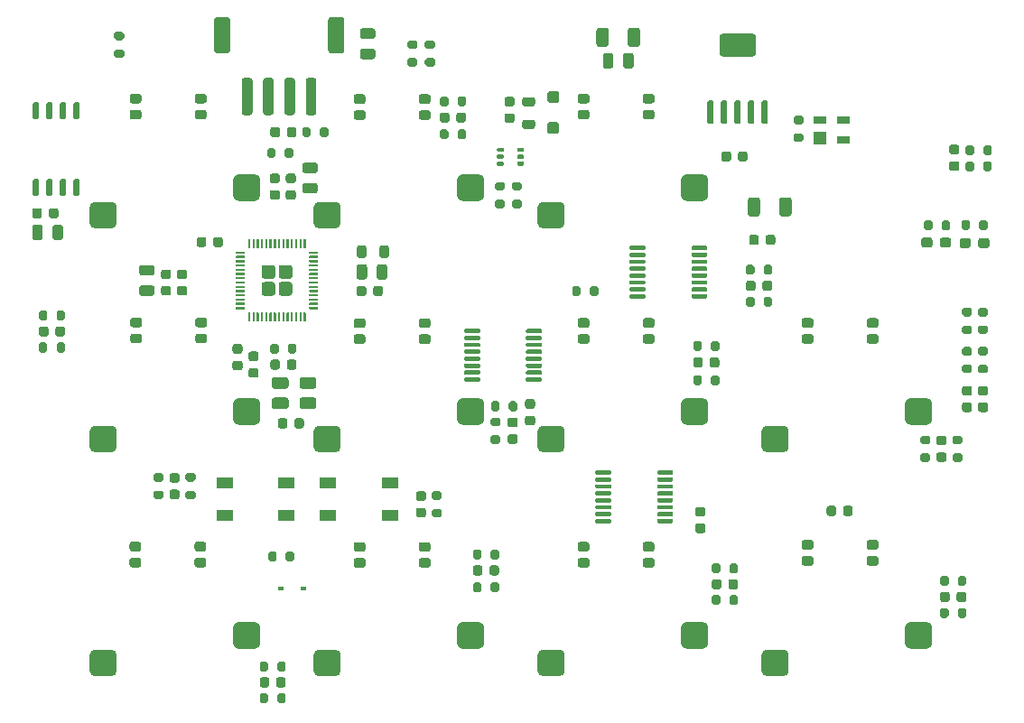
<source format=gbp>
G04 #@! TF.GenerationSoftware,KiCad,Pcbnew,8.0.7*
G04 #@! TF.CreationDate,2025-01-08T02:37:30+02:00*
G04 #@! TF.ProjectId,000018 PGKB,30303030-3138-4205-9047-4b422e6b6963,3.0*
G04 #@! TF.SameCoordinates,Original*
G04 #@! TF.FileFunction,Paste,Bot*
G04 #@! TF.FilePolarity,Positive*
%FSLAX46Y46*%
G04 Gerber Fmt 4.6, Leading zero omitted, Abs format (unit mm)*
G04 Created by KiCad (PCBNEW 8.0.7) date 2025-01-08 02:37:30*
%MOMM*%
%LPD*%
G01*
G04 APERTURE LIST*
%ADD10R,0.600000X0.450000*%
%ADD11R,1.300000X1.200000*%
%ADD12R,1.300000X0.800000*%
%ADD13R,1.550000X1.000000*%
G04 APERTURE END LIST*
G04 #@! TO.C,S3*
G36*
G01*
X95085000Y-164830000D02*
X95085000Y-166330000D01*
G75*
G02*
X94585000Y-166830000I-500000J0D01*
G01*
X93035000Y-166830000D01*
G75*
G02*
X92535000Y-166330000I0J500000D01*
G01*
X92535000Y-164830000D01*
G75*
G02*
X93035000Y-164330000I500000J0D01*
G01*
X94585000Y-164330000D01*
G75*
G02*
X95085000Y-164830000I0J-500000D01*
G01*
G37*
G36*
G01*
X105985000Y-163750000D02*
X105985000Y-162250000D01*
G75*
G02*
X106485000Y-161750000I500000J0D01*
G01*
X108035000Y-161750000D01*
G75*
G02*
X108535000Y-162250000I0J-500000D01*
G01*
X108535000Y-163750000D01*
G75*
G02*
X108035000Y-164250000I-500000J0D01*
G01*
X106485000Y-164250000D01*
G75*
G02*
X105985000Y-163750000I0J500000D01*
G01*
G37*
G04 #@! TD*
G04 #@! TO.C,S7*
G36*
G01*
X95085000Y-143830000D02*
X95085000Y-145330000D01*
G75*
G02*
X94585000Y-145830000I-500000J0D01*
G01*
X93035000Y-145830000D01*
G75*
G02*
X92535000Y-145330000I0J500000D01*
G01*
X92535000Y-143830000D01*
G75*
G02*
X93035000Y-143330000I500000J0D01*
G01*
X94585000Y-143330000D01*
G75*
G02*
X95085000Y-143830000I0J-500000D01*
G01*
G37*
G36*
G01*
X105985000Y-142750000D02*
X105985000Y-141250000D01*
G75*
G02*
X106485000Y-140750000I500000J0D01*
G01*
X108035000Y-140750000D01*
G75*
G02*
X108535000Y-141250000I0J-500000D01*
G01*
X108535000Y-142750000D01*
G75*
G02*
X108035000Y-143250000I-500000J0D01*
G01*
X106485000Y-143250000D01*
G75*
G02*
X105985000Y-142750000I0J500000D01*
G01*
G37*
G04 #@! TD*
G04 #@! TO.C,S5*
G36*
G01*
X53085000Y-143830000D02*
X53085000Y-145330000D01*
G75*
G02*
X52585000Y-145830000I-500000J0D01*
G01*
X51035000Y-145830000D01*
G75*
G02*
X50535000Y-145330000I0J500000D01*
G01*
X50535000Y-143830000D01*
G75*
G02*
X51035000Y-143330000I500000J0D01*
G01*
X52585000Y-143330000D01*
G75*
G02*
X53085000Y-143830000I0J-500000D01*
G01*
G37*
G36*
G01*
X63985000Y-142750000D02*
X63985000Y-141250000D01*
G75*
G02*
X64485000Y-140750000I500000J0D01*
G01*
X66035000Y-140750000D01*
G75*
G02*
X66535000Y-141250000I0J-500000D01*
G01*
X66535000Y-142750000D01*
G75*
G02*
X66035000Y-143250000I-500000J0D01*
G01*
X64485000Y-143250000D01*
G75*
G02*
X63985000Y-142750000I0J500000D01*
G01*
G37*
G04 #@! TD*
G04 #@! TO.C,S1*
G36*
G01*
X53085000Y-164830000D02*
X53085000Y-166330000D01*
G75*
G02*
X52585000Y-166830000I-500000J0D01*
G01*
X51035000Y-166830000D01*
G75*
G02*
X50535000Y-166330000I0J500000D01*
G01*
X50535000Y-164830000D01*
G75*
G02*
X51035000Y-164330000I500000J0D01*
G01*
X52585000Y-164330000D01*
G75*
G02*
X53085000Y-164830000I0J-500000D01*
G01*
G37*
G36*
G01*
X63985000Y-163750000D02*
X63985000Y-162250000D01*
G75*
G02*
X64485000Y-161750000I500000J0D01*
G01*
X66035000Y-161750000D01*
G75*
G02*
X66535000Y-162250000I0J-500000D01*
G01*
X66535000Y-163750000D01*
G75*
G02*
X66035000Y-164250000I-500000J0D01*
G01*
X64485000Y-164250000D01*
G75*
G02*
X63985000Y-163750000I0J500000D01*
G01*
G37*
G04 #@! TD*
G04 #@! TO.C,S10*
G36*
G01*
X74085000Y-122830000D02*
X74085000Y-124330000D01*
G75*
G02*
X73585000Y-124830000I-500000J0D01*
G01*
X72035000Y-124830000D01*
G75*
G02*
X71535000Y-124330000I0J500000D01*
G01*
X71535000Y-122830000D01*
G75*
G02*
X72035000Y-122330000I500000J0D01*
G01*
X73585000Y-122330000D01*
G75*
G02*
X74085000Y-122830000I0J-500000D01*
G01*
G37*
G36*
G01*
X84985000Y-121750000D02*
X84985000Y-120250000D01*
G75*
G02*
X85485000Y-119750000I500000J0D01*
G01*
X87035000Y-119750000D01*
G75*
G02*
X87535000Y-120250000I0J-500000D01*
G01*
X87535000Y-121750000D01*
G75*
G02*
X87035000Y-122250000I-500000J0D01*
G01*
X85485000Y-122250000D01*
G75*
G02*
X84985000Y-121750000I0J500000D01*
G01*
G37*
G04 #@! TD*
G04 #@! TO.C,S4*
G36*
G01*
X116085000Y-164830000D02*
X116085000Y-166330000D01*
G75*
G02*
X115585000Y-166830000I-500000J0D01*
G01*
X114035000Y-166830000D01*
G75*
G02*
X113535000Y-166330000I0J500000D01*
G01*
X113535000Y-164830000D01*
G75*
G02*
X114035000Y-164330000I500000J0D01*
G01*
X115585000Y-164330000D01*
G75*
G02*
X116085000Y-164830000I0J-500000D01*
G01*
G37*
G36*
G01*
X126985000Y-163750000D02*
X126985000Y-162250000D01*
G75*
G02*
X127485000Y-161750000I500000J0D01*
G01*
X129035000Y-161750000D01*
G75*
G02*
X129535000Y-162250000I0J-500000D01*
G01*
X129535000Y-163750000D01*
G75*
G02*
X129035000Y-164250000I-500000J0D01*
G01*
X127485000Y-164250000D01*
G75*
G02*
X126985000Y-163750000I0J500000D01*
G01*
G37*
G04 #@! TD*
G04 #@! TO.C,S11*
G36*
G01*
X95085000Y-122830000D02*
X95085000Y-124330000D01*
G75*
G02*
X94585000Y-124830000I-500000J0D01*
G01*
X93035000Y-124830000D01*
G75*
G02*
X92535000Y-124330000I0J500000D01*
G01*
X92535000Y-122830000D01*
G75*
G02*
X93035000Y-122330000I500000J0D01*
G01*
X94585000Y-122330000D01*
G75*
G02*
X95085000Y-122830000I0J-500000D01*
G01*
G37*
G36*
G01*
X105985000Y-121750000D02*
X105985000Y-120250000D01*
G75*
G02*
X106485000Y-119750000I500000J0D01*
G01*
X108035000Y-119750000D01*
G75*
G02*
X108535000Y-120250000I0J-500000D01*
G01*
X108535000Y-121750000D01*
G75*
G02*
X108035000Y-122250000I-500000J0D01*
G01*
X106485000Y-122250000D01*
G75*
G02*
X105985000Y-121750000I0J500000D01*
G01*
G37*
G04 #@! TD*
G04 #@! TO.C,S6*
G36*
G01*
X74085000Y-143830000D02*
X74085000Y-145330000D01*
G75*
G02*
X73585000Y-145830000I-500000J0D01*
G01*
X72035000Y-145830000D01*
G75*
G02*
X71535000Y-145330000I0J500000D01*
G01*
X71535000Y-143830000D01*
G75*
G02*
X72035000Y-143330000I500000J0D01*
G01*
X73585000Y-143330000D01*
G75*
G02*
X74085000Y-143830000I0J-500000D01*
G01*
G37*
G36*
G01*
X84985000Y-142750000D02*
X84985000Y-141250000D01*
G75*
G02*
X85485000Y-140750000I500000J0D01*
G01*
X87035000Y-140750000D01*
G75*
G02*
X87535000Y-141250000I0J-500000D01*
G01*
X87535000Y-142750000D01*
G75*
G02*
X87035000Y-143250000I-500000J0D01*
G01*
X85485000Y-143250000D01*
G75*
G02*
X84985000Y-142750000I0J500000D01*
G01*
G37*
G04 #@! TD*
G04 #@! TO.C,S8*
G36*
G01*
X116085000Y-143830000D02*
X116085000Y-145330000D01*
G75*
G02*
X115585000Y-145830000I-500000J0D01*
G01*
X114035000Y-145830000D01*
G75*
G02*
X113535000Y-145330000I0J500000D01*
G01*
X113535000Y-143830000D01*
G75*
G02*
X114035000Y-143330000I500000J0D01*
G01*
X115585000Y-143330000D01*
G75*
G02*
X116085000Y-143830000I0J-500000D01*
G01*
G37*
G36*
G01*
X126985000Y-142750000D02*
X126985000Y-141250000D01*
G75*
G02*
X127485000Y-140750000I500000J0D01*
G01*
X129035000Y-140750000D01*
G75*
G02*
X129535000Y-141250000I0J-500000D01*
G01*
X129535000Y-142750000D01*
G75*
G02*
X129035000Y-143250000I-500000J0D01*
G01*
X127485000Y-143250000D01*
G75*
G02*
X126985000Y-142750000I0J500000D01*
G01*
G37*
G04 #@! TD*
G04 #@! TO.C,S2*
G36*
G01*
X74085000Y-164830000D02*
X74085000Y-166330000D01*
G75*
G02*
X73585000Y-166830000I-500000J0D01*
G01*
X72035000Y-166830000D01*
G75*
G02*
X71535000Y-166330000I0J500000D01*
G01*
X71535000Y-164830000D01*
G75*
G02*
X72035000Y-164330000I500000J0D01*
G01*
X73585000Y-164330000D01*
G75*
G02*
X74085000Y-164830000I0J-500000D01*
G01*
G37*
G36*
G01*
X84985000Y-163750000D02*
X84985000Y-162250000D01*
G75*
G02*
X85485000Y-161750000I500000J0D01*
G01*
X87035000Y-161750000D01*
G75*
G02*
X87535000Y-162250000I0J-500000D01*
G01*
X87535000Y-163750000D01*
G75*
G02*
X87035000Y-164250000I-500000J0D01*
G01*
X85485000Y-164250000D01*
G75*
G02*
X84985000Y-163750000I0J500000D01*
G01*
G37*
G04 #@! TD*
G04 #@! TO.C,S9*
G36*
G01*
X53085000Y-122830000D02*
X53085000Y-124330000D01*
G75*
G02*
X52585000Y-124830000I-500000J0D01*
G01*
X51035000Y-124830000D01*
G75*
G02*
X50535000Y-124330000I0J500000D01*
G01*
X50535000Y-122830000D01*
G75*
G02*
X51035000Y-122330000I500000J0D01*
G01*
X52585000Y-122330000D01*
G75*
G02*
X53085000Y-122830000I0J-500000D01*
G01*
G37*
G36*
G01*
X63985000Y-121750000D02*
X63985000Y-120250000D01*
G75*
G02*
X64485000Y-119750000I500000J0D01*
G01*
X66035000Y-119750000D01*
G75*
G02*
X66535000Y-120250000I0J-500000D01*
G01*
X66535000Y-121750000D01*
G75*
G02*
X66035000Y-122250000I-500000J0D01*
G01*
X64485000Y-122250000D01*
G75*
G02*
X63985000Y-121750000I0J500000D01*
G01*
G37*
G04 #@! TD*
G04 #@! TO.C,C38*
G36*
G01*
X112375000Y-126150000D02*
X112375000Y-125650000D01*
G75*
G02*
X112600000Y-125425000I225000J0D01*
G01*
X113050000Y-125425000D01*
G75*
G02*
X113275000Y-125650000I0J-225000D01*
G01*
X113275000Y-126150000D01*
G75*
G02*
X113050000Y-126375000I-225000J0D01*
G01*
X112600000Y-126375000D01*
G75*
G02*
X112375000Y-126150000I0J225000D01*
G01*
G37*
G36*
G01*
X113925000Y-126150000D02*
X113925000Y-125650000D01*
G75*
G02*
X114150000Y-125425000I225000J0D01*
G01*
X114600000Y-125425000D01*
G75*
G02*
X114825000Y-125650000I0J-225000D01*
G01*
X114825000Y-126150000D01*
G75*
G02*
X114600000Y-126375000I-225000J0D01*
G01*
X114150000Y-126375000D01*
G75*
G02*
X113925000Y-126150000I0J225000D01*
G01*
G37*
G04 #@! TD*
G04 #@! TO.C,C31*
G36*
G01*
X75575000Y-130950000D02*
X75575000Y-130450000D01*
G75*
G02*
X75800000Y-130225000I225000J0D01*
G01*
X76250000Y-130225000D01*
G75*
G02*
X76475000Y-130450000I0J-225000D01*
G01*
X76475000Y-130950000D01*
G75*
G02*
X76250000Y-131175000I-225000J0D01*
G01*
X75800000Y-131175000D01*
G75*
G02*
X75575000Y-130950000I0J225000D01*
G01*
G37*
G36*
G01*
X77125000Y-130950000D02*
X77125000Y-130450000D01*
G75*
G02*
X77350000Y-130225000I225000J0D01*
G01*
X77800000Y-130225000D01*
G75*
G02*
X78025000Y-130450000I0J-225000D01*
G01*
X78025000Y-130950000D01*
G75*
G02*
X77800000Y-131175000I-225000J0D01*
G01*
X77350000Y-131175000D01*
G75*
G02*
X77125000Y-130950000I0J225000D01*
G01*
G37*
G04 #@! TD*
G04 #@! TO.C,U2*
G36*
G01*
X98050000Y-152075000D02*
X99350000Y-152075000D01*
G75*
G02*
X99450000Y-152175000I0J-100000D01*
G01*
X99450000Y-152375000D01*
G75*
G02*
X99350000Y-152475000I-100000J0D01*
G01*
X98050000Y-152475000D01*
G75*
G02*
X97950000Y-152375000I0J100000D01*
G01*
X97950000Y-152175000D01*
G75*
G02*
X98050000Y-152075000I100000J0D01*
G01*
G37*
G36*
G01*
X98050000Y-151425000D02*
X99350000Y-151425000D01*
G75*
G02*
X99450000Y-151525000I0J-100000D01*
G01*
X99450000Y-151725000D01*
G75*
G02*
X99350000Y-151825000I-100000J0D01*
G01*
X98050000Y-151825000D01*
G75*
G02*
X97950000Y-151725000I0J100000D01*
G01*
X97950000Y-151525000D01*
G75*
G02*
X98050000Y-151425000I100000J0D01*
G01*
G37*
G36*
G01*
X98050000Y-150775000D02*
X99350000Y-150775000D01*
G75*
G02*
X99450000Y-150875000I0J-100000D01*
G01*
X99450000Y-151075000D01*
G75*
G02*
X99350000Y-151175000I-100000J0D01*
G01*
X98050000Y-151175000D01*
G75*
G02*
X97950000Y-151075000I0J100000D01*
G01*
X97950000Y-150875000D01*
G75*
G02*
X98050000Y-150775000I100000J0D01*
G01*
G37*
G36*
G01*
X98050000Y-150125000D02*
X99350000Y-150125000D01*
G75*
G02*
X99450000Y-150225000I0J-100000D01*
G01*
X99450000Y-150425000D01*
G75*
G02*
X99350000Y-150525000I-100000J0D01*
G01*
X98050000Y-150525000D01*
G75*
G02*
X97950000Y-150425000I0J100000D01*
G01*
X97950000Y-150225000D01*
G75*
G02*
X98050000Y-150125000I100000J0D01*
G01*
G37*
G36*
G01*
X98050000Y-149475000D02*
X99350000Y-149475000D01*
G75*
G02*
X99450000Y-149575000I0J-100000D01*
G01*
X99450000Y-149775000D01*
G75*
G02*
X99350000Y-149875000I-100000J0D01*
G01*
X98050000Y-149875000D01*
G75*
G02*
X97950000Y-149775000I0J100000D01*
G01*
X97950000Y-149575000D01*
G75*
G02*
X98050000Y-149475000I100000J0D01*
G01*
G37*
G36*
G01*
X98050000Y-148825000D02*
X99350000Y-148825000D01*
G75*
G02*
X99450000Y-148925000I0J-100000D01*
G01*
X99450000Y-149125000D01*
G75*
G02*
X99350000Y-149225000I-100000J0D01*
G01*
X98050000Y-149225000D01*
G75*
G02*
X97950000Y-149125000I0J100000D01*
G01*
X97950000Y-148925000D01*
G75*
G02*
X98050000Y-148825000I100000J0D01*
G01*
G37*
G36*
G01*
X98050000Y-148175000D02*
X99350000Y-148175000D01*
G75*
G02*
X99450000Y-148275000I0J-100000D01*
G01*
X99450000Y-148475000D01*
G75*
G02*
X99350000Y-148575000I-100000J0D01*
G01*
X98050000Y-148575000D01*
G75*
G02*
X97950000Y-148475000I0J100000D01*
G01*
X97950000Y-148275000D01*
G75*
G02*
X98050000Y-148175000I100000J0D01*
G01*
G37*
G36*
G01*
X98050000Y-147525000D02*
X99350000Y-147525000D01*
G75*
G02*
X99450000Y-147625000I0J-100000D01*
G01*
X99450000Y-147825000D01*
G75*
G02*
X99350000Y-147925000I-100000J0D01*
G01*
X98050000Y-147925000D01*
G75*
G02*
X97950000Y-147825000I0J100000D01*
G01*
X97950000Y-147625000D01*
G75*
G02*
X98050000Y-147525000I100000J0D01*
G01*
G37*
G36*
G01*
X103850000Y-147525000D02*
X105150000Y-147525000D01*
G75*
G02*
X105250000Y-147625000I0J-100000D01*
G01*
X105250000Y-147825000D01*
G75*
G02*
X105150000Y-147925000I-100000J0D01*
G01*
X103850000Y-147925000D01*
G75*
G02*
X103750000Y-147825000I0J100000D01*
G01*
X103750000Y-147625000D01*
G75*
G02*
X103850000Y-147525000I100000J0D01*
G01*
G37*
G36*
G01*
X103850000Y-148175000D02*
X105150000Y-148175000D01*
G75*
G02*
X105250000Y-148275000I0J-100000D01*
G01*
X105250000Y-148475000D01*
G75*
G02*
X105150000Y-148575000I-100000J0D01*
G01*
X103850000Y-148575000D01*
G75*
G02*
X103750000Y-148475000I0J100000D01*
G01*
X103750000Y-148275000D01*
G75*
G02*
X103850000Y-148175000I100000J0D01*
G01*
G37*
G36*
G01*
X103850000Y-148825000D02*
X105150000Y-148825000D01*
G75*
G02*
X105250000Y-148925000I0J-100000D01*
G01*
X105250000Y-149125000D01*
G75*
G02*
X105150000Y-149225000I-100000J0D01*
G01*
X103850000Y-149225000D01*
G75*
G02*
X103750000Y-149125000I0J100000D01*
G01*
X103750000Y-148925000D01*
G75*
G02*
X103850000Y-148825000I100000J0D01*
G01*
G37*
G36*
G01*
X103850000Y-149475000D02*
X105150000Y-149475000D01*
G75*
G02*
X105250000Y-149575000I0J-100000D01*
G01*
X105250000Y-149775000D01*
G75*
G02*
X105150000Y-149875000I-100000J0D01*
G01*
X103850000Y-149875000D01*
G75*
G02*
X103750000Y-149775000I0J100000D01*
G01*
X103750000Y-149575000D01*
G75*
G02*
X103850000Y-149475000I100000J0D01*
G01*
G37*
G36*
G01*
X103850000Y-150125000D02*
X105150000Y-150125000D01*
G75*
G02*
X105250000Y-150225000I0J-100000D01*
G01*
X105250000Y-150425000D01*
G75*
G02*
X105150000Y-150525000I-100000J0D01*
G01*
X103850000Y-150525000D01*
G75*
G02*
X103750000Y-150425000I0J100000D01*
G01*
X103750000Y-150225000D01*
G75*
G02*
X103850000Y-150125000I100000J0D01*
G01*
G37*
G36*
G01*
X103850000Y-150775000D02*
X105150000Y-150775000D01*
G75*
G02*
X105250000Y-150875000I0J-100000D01*
G01*
X105250000Y-151075000D01*
G75*
G02*
X105150000Y-151175000I-100000J0D01*
G01*
X103850000Y-151175000D01*
G75*
G02*
X103750000Y-151075000I0J100000D01*
G01*
X103750000Y-150875000D01*
G75*
G02*
X103850000Y-150775000I100000J0D01*
G01*
G37*
G36*
G01*
X103850000Y-151425000D02*
X105150000Y-151425000D01*
G75*
G02*
X105250000Y-151525000I0J-100000D01*
G01*
X105250000Y-151725000D01*
G75*
G02*
X105150000Y-151825000I-100000J0D01*
G01*
X103850000Y-151825000D01*
G75*
G02*
X103750000Y-151725000I0J100000D01*
G01*
X103750000Y-151525000D01*
G75*
G02*
X103850000Y-151425000I100000J0D01*
G01*
G37*
G36*
G01*
X103850000Y-152075000D02*
X105150000Y-152075000D01*
G75*
G02*
X105250000Y-152175000I0J-100000D01*
G01*
X105250000Y-152375000D01*
G75*
G02*
X105150000Y-152475000I-100000J0D01*
G01*
X103850000Y-152475000D01*
G75*
G02*
X103750000Y-152375000I0J100000D01*
G01*
X103750000Y-152175000D01*
G75*
G02*
X103850000Y-152075000I100000J0D01*
G01*
G37*
G04 #@! TD*
G04 #@! TO.C,U6*
G36*
G01*
X113990000Y-115037500D02*
X113690000Y-115037500D01*
G75*
G02*
X113540000Y-114887500I0J150000D01*
G01*
X113540000Y-112987500D01*
G75*
G02*
X113690000Y-112837500I150000J0D01*
G01*
X113990000Y-112837500D01*
G75*
G02*
X114140000Y-112987500I0J-150000D01*
G01*
X114140000Y-114887500D01*
G75*
G02*
X113990000Y-115037500I-150000J0D01*
G01*
G37*
G36*
G01*
X112720000Y-115037500D02*
X112420000Y-115037500D01*
G75*
G02*
X112270000Y-114887500I0J150000D01*
G01*
X112270000Y-112987500D01*
G75*
G02*
X112420000Y-112837500I150000J0D01*
G01*
X112720000Y-112837500D01*
G75*
G02*
X112870000Y-112987500I0J-150000D01*
G01*
X112870000Y-114887500D01*
G75*
G02*
X112720000Y-115037500I-150000J0D01*
G01*
G37*
G36*
G01*
X111450000Y-115037500D02*
X111150000Y-115037500D01*
G75*
G02*
X111000000Y-114887500I0J150000D01*
G01*
X111000000Y-112987500D01*
G75*
G02*
X111150000Y-112837500I150000J0D01*
G01*
X111450000Y-112837500D01*
G75*
G02*
X111600000Y-112987500I0J-150000D01*
G01*
X111600000Y-114887500D01*
G75*
G02*
X111450000Y-115037500I-150000J0D01*
G01*
G37*
G36*
G01*
X110180000Y-115037500D02*
X109880000Y-115037500D01*
G75*
G02*
X109730000Y-114887500I0J150000D01*
G01*
X109730000Y-112987500D01*
G75*
G02*
X109880000Y-112837500I150000J0D01*
G01*
X110180000Y-112837500D01*
G75*
G02*
X110330000Y-112987500I0J-150000D01*
G01*
X110330000Y-114887500D01*
G75*
G02*
X110180000Y-115037500I-150000J0D01*
G01*
G37*
G36*
G01*
X108910000Y-115037500D02*
X108610000Y-115037500D01*
G75*
G02*
X108460000Y-114887500I0J150000D01*
G01*
X108460000Y-112987500D01*
G75*
G02*
X108610000Y-112837500I150000J0D01*
G01*
X108910000Y-112837500D01*
G75*
G02*
X109060000Y-112987500I0J-150000D01*
G01*
X109060000Y-114887500D01*
G75*
G02*
X108910000Y-115037500I-150000J0D01*
G01*
G37*
G36*
G01*
X112702500Y-108712500D02*
X109897500Y-108712500D01*
G75*
G02*
X109575000Y-108390000I0J322500D01*
G01*
X109575000Y-106885000D01*
G75*
G02*
X109897500Y-106562500I322500J0D01*
G01*
X112702500Y-106562500D01*
G75*
G02*
X113025000Y-106885000I0J-322500D01*
G01*
X113025000Y-108390000D01*
G75*
G02*
X112702500Y-108712500I-322500J0D01*
G01*
G37*
G04 #@! TD*
G04 #@! TO.C,R3*
G36*
G01*
X90325000Y-120475000D02*
X90875000Y-120475000D01*
G75*
G02*
X91075000Y-120675000I0J-200000D01*
G01*
X91075000Y-121075000D01*
G75*
G02*
X90875000Y-121275000I-200000J0D01*
G01*
X90325000Y-121275000D01*
G75*
G02*
X90125000Y-121075000I0J200000D01*
G01*
X90125000Y-120675000D01*
G75*
G02*
X90325000Y-120475000I200000J0D01*
G01*
G37*
G36*
G01*
X90325000Y-122125000D02*
X90875000Y-122125000D01*
G75*
G02*
X91075000Y-122325000I0J-200000D01*
G01*
X91075000Y-122725000D01*
G75*
G02*
X90875000Y-122925000I-200000J0D01*
G01*
X90325000Y-122925000D01*
G75*
G02*
X90125000Y-122725000I0J200000D01*
G01*
X90125000Y-122325000D01*
G75*
G02*
X90325000Y-122125000I200000J0D01*
G01*
G37*
G04 #@! TD*
G04 #@! TO.C,R11*
G36*
G01*
X107133281Y-139345860D02*
X107133281Y-138795860D01*
G75*
G02*
X107333281Y-138595860I200000J0D01*
G01*
X107733281Y-138595860D01*
G75*
G02*
X107933281Y-138795860I0J-200000D01*
G01*
X107933281Y-139345860D01*
G75*
G02*
X107733281Y-139545860I-200000J0D01*
G01*
X107333281Y-139545860D01*
G75*
G02*
X107133281Y-139345860I0J200000D01*
G01*
G37*
G36*
G01*
X108783281Y-139345860D02*
X108783281Y-138795860D01*
G75*
G02*
X108983281Y-138595860I200000J0D01*
G01*
X109383281Y-138595860D01*
G75*
G02*
X109583281Y-138795860I0J-200000D01*
G01*
X109583281Y-139345860D01*
G75*
G02*
X109383281Y-139545860I-200000J0D01*
G01*
X108983281Y-139545860D01*
G75*
G02*
X108783281Y-139345860I0J200000D01*
G01*
G37*
G04 #@! TD*
G04 #@! TO.C,R12*
G36*
G01*
X128625000Y-144275000D02*
X129175000Y-144275000D01*
G75*
G02*
X129375000Y-144475000I0J-200000D01*
G01*
X129375000Y-144875000D01*
G75*
G02*
X129175000Y-145075000I-200000J0D01*
G01*
X128625000Y-145075000D01*
G75*
G02*
X128425000Y-144875000I0J200000D01*
G01*
X128425000Y-144475000D01*
G75*
G02*
X128625000Y-144275000I200000J0D01*
G01*
G37*
G36*
G01*
X128625000Y-145925000D02*
X129175000Y-145925000D01*
G75*
G02*
X129375000Y-146125000I0J-200000D01*
G01*
X129375000Y-146525000D01*
G75*
G02*
X129175000Y-146725000I-200000J0D01*
G01*
X128625000Y-146725000D01*
G75*
G02*
X128425000Y-146525000I0J200000D01*
G01*
X128425000Y-146125000D01*
G75*
G02*
X128625000Y-145925000I200000J0D01*
G01*
G37*
G04 #@! TD*
G04 #@! TO.C,D7*
G36*
G01*
X102400000Y-135417500D02*
X102400000Y-134967500D01*
G75*
G02*
X102625000Y-134742500I225000J0D01*
G01*
X103275000Y-134742500D01*
G75*
G02*
X103500000Y-134967500I0J-225000D01*
G01*
X103500000Y-135417500D01*
G75*
G02*
X103275000Y-135642500I-225000J0D01*
G01*
X102625000Y-135642500D01*
G75*
G02*
X102400000Y-135417500I0J225000D01*
G01*
G37*
G36*
G01*
X102400000Y-133917500D02*
X102400000Y-133467500D01*
G75*
G02*
X102625000Y-133242500I225000J0D01*
G01*
X103275000Y-133242500D01*
G75*
G02*
X103500000Y-133467500I0J-225000D01*
G01*
X103500000Y-133917500D01*
G75*
G02*
X103275000Y-134142500I-225000J0D01*
G01*
X102625000Y-134142500D01*
G75*
G02*
X102400000Y-133917500I0J225000D01*
G01*
G37*
G36*
G01*
X96300000Y-133917500D02*
X96300000Y-133467500D01*
G75*
G02*
X96525000Y-133242500I225000J0D01*
G01*
X97175000Y-133242500D01*
G75*
G02*
X97400000Y-133467500I0J-225000D01*
G01*
X97400000Y-133917500D01*
G75*
G02*
X97175000Y-134142500I-225000J0D01*
G01*
X96525000Y-134142500D01*
G75*
G02*
X96300000Y-133917500I0J225000D01*
G01*
G37*
G36*
G01*
X96300000Y-135417500D02*
X96300000Y-134967500D01*
G75*
G02*
X96525000Y-134742500I225000J0D01*
G01*
X97175000Y-134742500D01*
G75*
G02*
X97400000Y-134967500I0J-225000D01*
G01*
X97400000Y-135417500D01*
G75*
G02*
X97175000Y-135642500I-225000J0D01*
G01*
X96525000Y-135642500D01*
G75*
G02*
X96300000Y-135417500I0J225000D01*
G01*
G37*
G04 #@! TD*
G04 #@! TO.C,D15*
G36*
G01*
X132100000Y-126437500D02*
X132100000Y-125962500D01*
G75*
G02*
X132337500Y-125725000I237500J0D01*
G01*
X132912500Y-125725000D01*
G75*
G02*
X133150000Y-125962500I0J-237500D01*
G01*
X133150000Y-126437500D01*
G75*
G02*
X132912500Y-126675000I-237500J0D01*
G01*
X132337500Y-126675000D01*
G75*
G02*
X132100000Y-126437500I0J237500D01*
G01*
G37*
G36*
G01*
X133850000Y-126437500D02*
X133850000Y-125962500D01*
G75*
G02*
X134087500Y-125725000I237500J0D01*
G01*
X134662500Y-125725000D01*
G75*
G02*
X134900000Y-125962500I0J-237500D01*
G01*
X134900000Y-126437500D01*
G75*
G02*
X134662500Y-126675000I-237500J0D01*
G01*
X134087500Y-126675000D01*
G75*
G02*
X133850000Y-126437500I0J237500D01*
G01*
G37*
G04 #@! TD*
G04 #@! TO.C,R14*
G36*
G01*
X85825000Y-115725000D02*
X85825000Y-116275000D01*
G75*
G02*
X85625000Y-116475000I-200000J0D01*
G01*
X85225000Y-116475000D01*
G75*
G02*
X85025000Y-116275000I0J200000D01*
G01*
X85025000Y-115725000D01*
G75*
G02*
X85225000Y-115525000I200000J0D01*
G01*
X85625000Y-115525000D01*
G75*
G02*
X85825000Y-115725000I0J-200000D01*
G01*
G37*
G36*
G01*
X84175000Y-115725000D02*
X84175000Y-116275000D01*
G75*
G02*
X83975000Y-116475000I-200000J0D01*
G01*
X83575000Y-116475000D01*
G75*
G02*
X83375000Y-116275000I0J200000D01*
G01*
X83375000Y-115725000D01*
G75*
G02*
X83575000Y-115525000I200000J0D01*
G01*
X83975000Y-115525000D01*
G75*
G02*
X84175000Y-115725000I0J-200000D01*
G01*
G37*
G04 #@! TD*
G04 #@! TO.C,C40*
G36*
G01*
X122092283Y-151070715D02*
X122092283Y-151570715D01*
G75*
G02*
X121867283Y-151795715I-225000J0D01*
G01*
X121417283Y-151795715D01*
G75*
G02*
X121192283Y-151570715I0J225000D01*
G01*
X121192283Y-151070715D01*
G75*
G02*
X121417283Y-150845715I225000J0D01*
G01*
X121867283Y-150845715D01*
G75*
G02*
X122092283Y-151070715I0J-225000D01*
G01*
G37*
G36*
G01*
X120542283Y-151070715D02*
X120542283Y-151570715D01*
G75*
G02*
X120317283Y-151795715I-225000J0D01*
G01*
X119867283Y-151795715D01*
G75*
G02*
X119642283Y-151570715I0J225000D01*
G01*
X119642283Y-151070715D01*
G75*
G02*
X119867283Y-150845715I225000J0D01*
G01*
X120317283Y-150845715D01*
G75*
G02*
X120542283Y-151070715I0J-225000D01*
G01*
G37*
G04 #@! TD*
G04 #@! TO.C,R2*
G36*
G01*
X81075000Y-109625000D02*
X80525000Y-109625000D01*
G75*
G02*
X80325000Y-109425000I0J200000D01*
G01*
X80325000Y-109025000D01*
G75*
G02*
X80525000Y-108825000I200000J0D01*
G01*
X81075000Y-108825000D01*
G75*
G02*
X81275000Y-109025000I0J-200000D01*
G01*
X81275000Y-109425000D01*
G75*
G02*
X81075000Y-109625000I-200000J0D01*
G01*
G37*
G36*
G01*
X81075000Y-107975000D02*
X80525000Y-107975000D01*
G75*
G02*
X80325000Y-107775000I0J200000D01*
G01*
X80325000Y-107375000D01*
G75*
G02*
X80525000Y-107175000I200000J0D01*
G01*
X81075000Y-107175000D01*
G75*
G02*
X81275000Y-107375000I0J-200000D01*
G01*
X81275000Y-107775000D01*
G75*
G02*
X81075000Y-107975000I-200000J0D01*
G01*
G37*
G04 #@! TD*
G04 #@! TO.C,C33*
G36*
G01*
X63025000Y-125850000D02*
X63025000Y-126350000D01*
G75*
G02*
X62800000Y-126575000I-225000J0D01*
G01*
X62350000Y-126575000D01*
G75*
G02*
X62125000Y-126350000I0J225000D01*
G01*
X62125000Y-125850000D01*
G75*
G02*
X62350000Y-125625000I225000J0D01*
G01*
X62800000Y-125625000D01*
G75*
G02*
X63025000Y-125850000I0J-225000D01*
G01*
G37*
G36*
G01*
X61475000Y-125850000D02*
X61475000Y-126350000D01*
G75*
G02*
X61250000Y-126575000I-225000J0D01*
G01*
X60800000Y-126575000D01*
G75*
G02*
X60575000Y-126350000I0J225000D01*
G01*
X60575000Y-125850000D01*
G75*
G02*
X60800000Y-125625000I225000J0D01*
G01*
X61250000Y-125625000D01*
G75*
G02*
X61475000Y-125850000I0J-225000D01*
G01*
G37*
G04 #@! TD*
G04 #@! TO.C,C35*
G36*
G01*
X59450000Y-131125000D02*
X58950000Y-131125000D01*
G75*
G02*
X58725000Y-130900000I0J225000D01*
G01*
X58725000Y-130450000D01*
G75*
G02*
X58950000Y-130225000I225000J0D01*
G01*
X59450000Y-130225000D01*
G75*
G02*
X59675000Y-130450000I0J-225000D01*
G01*
X59675000Y-130900000D01*
G75*
G02*
X59450000Y-131125000I-225000J0D01*
G01*
G37*
G36*
G01*
X59450000Y-129575000D02*
X58950000Y-129575000D01*
G75*
G02*
X58725000Y-129350000I0J225000D01*
G01*
X58725000Y-128900000D01*
G75*
G02*
X58950000Y-128675000I225000J0D01*
G01*
X59450000Y-128675000D01*
G75*
G02*
X59675000Y-128900000I0J-225000D01*
G01*
X59675000Y-129350000D01*
G75*
G02*
X59450000Y-129575000I-225000J0D01*
G01*
G37*
G04 #@! TD*
G04 #@! TO.C,D16*
G36*
G01*
X128505714Y-126387356D02*
X128505714Y-125912356D01*
G75*
G02*
X128743214Y-125674856I237500J0D01*
G01*
X129318214Y-125674856D01*
G75*
G02*
X129555714Y-125912356I0J-237500D01*
G01*
X129555714Y-126387356D01*
G75*
G02*
X129318214Y-126624856I-237500J0D01*
G01*
X128743214Y-126624856D01*
G75*
G02*
X128505714Y-126387356I0J237500D01*
G01*
G37*
G36*
G01*
X130255714Y-126387356D02*
X130255714Y-125912356D01*
G75*
G02*
X130493214Y-125674856I237500J0D01*
G01*
X131068214Y-125674856D01*
G75*
G02*
X131305714Y-125912356I0J-237500D01*
G01*
X131305714Y-126387356D01*
G75*
G02*
X131068214Y-126624856I-237500J0D01*
G01*
X130493214Y-126624856D01*
G75*
G02*
X130255714Y-126387356I0J237500D01*
G01*
G37*
G04 #@! TD*
G04 #@! TO.C,C9*
G36*
G01*
X89950000Y-142575000D02*
X90450000Y-142575000D01*
G75*
G02*
X90675000Y-142800000I0J-225000D01*
G01*
X90675000Y-143250000D01*
G75*
G02*
X90450000Y-143475000I-225000J0D01*
G01*
X89950000Y-143475000D01*
G75*
G02*
X89725000Y-143250000I0J225000D01*
G01*
X89725000Y-142800000D01*
G75*
G02*
X89950000Y-142575000I225000J0D01*
G01*
G37*
G36*
G01*
X89950000Y-144125000D02*
X90450000Y-144125000D01*
G75*
G02*
X90675000Y-144350000I0J-225000D01*
G01*
X90675000Y-144800000D01*
G75*
G02*
X90450000Y-145025000I-225000J0D01*
G01*
X89950000Y-145025000D01*
G75*
G02*
X89725000Y-144800000I0J225000D01*
G01*
X89725000Y-144350000D01*
G75*
G02*
X89950000Y-144125000I225000J0D01*
G01*
G37*
G04 #@! TD*
G04 #@! TO.C,R39*
G36*
G01*
X132175000Y-146725000D02*
X131625000Y-146725000D01*
G75*
G02*
X131425000Y-146525000I0J200000D01*
G01*
X131425000Y-146125000D01*
G75*
G02*
X131625000Y-145925000I200000J0D01*
G01*
X132175000Y-145925000D01*
G75*
G02*
X132375000Y-146125000I0J-200000D01*
G01*
X132375000Y-146525000D01*
G75*
G02*
X132175000Y-146725000I-200000J0D01*
G01*
G37*
G36*
G01*
X132175000Y-145075000D02*
X131625000Y-145075000D01*
G75*
G02*
X131425000Y-144875000I0J200000D01*
G01*
X131425000Y-144475000D01*
G75*
G02*
X131625000Y-144275000I200000J0D01*
G01*
X132175000Y-144275000D01*
G75*
G02*
X132375000Y-144475000I0J-200000D01*
G01*
X132375000Y-144875000D01*
G75*
G02*
X132175000Y-145075000I-200000J0D01*
G01*
G37*
G04 #@! TD*
G04 #@! TO.C,R5*
G36*
G01*
X68925000Y-165660141D02*
X68925000Y-166210141D01*
G75*
G02*
X68725000Y-166410141I-200000J0D01*
G01*
X68325000Y-166410141D01*
G75*
G02*
X68125000Y-166210141I0J200000D01*
G01*
X68125000Y-165660141D01*
G75*
G02*
X68325000Y-165460141I200000J0D01*
G01*
X68725000Y-165460141D01*
G75*
G02*
X68925000Y-165660141I0J-200000D01*
G01*
G37*
G36*
G01*
X67275000Y-165660141D02*
X67275000Y-166210141D01*
G75*
G02*
X67075000Y-166410141I-200000J0D01*
G01*
X66675000Y-166410141D01*
G75*
G02*
X66475000Y-166210141I0J200000D01*
G01*
X66475000Y-165660141D01*
G75*
G02*
X66675000Y-165460141I200000J0D01*
G01*
X67075000Y-165460141D01*
G75*
G02*
X67275000Y-165660141I0J-200000D01*
G01*
G37*
G04 #@! TD*
G04 #@! TO.C,D1*
G36*
G01*
X60373849Y-156389764D02*
X60373849Y-155939764D01*
G75*
G02*
X60598849Y-155714764I225000J0D01*
G01*
X61248849Y-155714764D01*
G75*
G02*
X61473849Y-155939764I0J-225000D01*
G01*
X61473849Y-156389764D01*
G75*
G02*
X61248849Y-156614764I-225000J0D01*
G01*
X60598849Y-156614764D01*
G75*
G02*
X60373849Y-156389764I0J225000D01*
G01*
G37*
G36*
G01*
X60373849Y-154889764D02*
X60373849Y-154439764D01*
G75*
G02*
X60598849Y-154214764I225000J0D01*
G01*
X61248849Y-154214764D01*
G75*
G02*
X61473849Y-154439764I0J-225000D01*
G01*
X61473849Y-154889764D01*
G75*
G02*
X61248849Y-155114764I-225000J0D01*
G01*
X60598849Y-155114764D01*
G75*
G02*
X60373849Y-154889764I0J225000D01*
G01*
G37*
G36*
G01*
X54273849Y-154889764D02*
X54273849Y-154439764D01*
G75*
G02*
X54498849Y-154214764I225000J0D01*
G01*
X55148849Y-154214764D01*
G75*
G02*
X55373849Y-154439764I0J-225000D01*
G01*
X55373849Y-154889764D01*
G75*
G02*
X55148849Y-155114764I-225000J0D01*
G01*
X54498849Y-155114764D01*
G75*
G02*
X54273849Y-154889764I0J225000D01*
G01*
G37*
G36*
G01*
X54273849Y-156389764D02*
X54273849Y-155939764D01*
G75*
G02*
X54498849Y-155714764I225000J0D01*
G01*
X55148849Y-155714764D01*
G75*
G02*
X55373849Y-155939764I0J-225000D01*
G01*
X55373849Y-156389764D01*
G75*
G02*
X55148849Y-156614764I-225000J0D01*
G01*
X54498849Y-156614764D01*
G75*
G02*
X54273849Y-156389764I0J225000D01*
G01*
G37*
G04 #@! TD*
G04 #@! TO.C,R22*
G36*
G01*
X53575000Y-108825000D02*
X53025000Y-108825000D01*
G75*
G02*
X52825000Y-108625000I0J200000D01*
G01*
X52825000Y-108225000D01*
G75*
G02*
X53025000Y-108025000I200000J0D01*
G01*
X53575000Y-108025000D01*
G75*
G02*
X53775000Y-108225000I0J-200000D01*
G01*
X53775000Y-108625000D01*
G75*
G02*
X53575000Y-108825000I-200000J0D01*
G01*
G37*
G36*
G01*
X53575000Y-107175000D02*
X53025000Y-107175000D01*
G75*
G02*
X52825000Y-106975000I0J200000D01*
G01*
X52825000Y-106575000D01*
G75*
G02*
X53025000Y-106375000I200000J0D01*
G01*
X53575000Y-106375000D01*
G75*
G02*
X53775000Y-106575000I0J-200000D01*
G01*
X53775000Y-106975000D01*
G75*
G02*
X53575000Y-107175000I-200000J0D01*
G01*
G37*
G04 #@! TD*
G04 #@! TO.C,R35*
G36*
G01*
X130275000Y-158175000D02*
X130275000Y-157625000D01*
G75*
G02*
X130475000Y-157425000I200000J0D01*
G01*
X130875000Y-157425000D01*
G75*
G02*
X131075000Y-157625000I0J-200000D01*
G01*
X131075000Y-158175000D01*
G75*
G02*
X130875000Y-158375000I-200000J0D01*
G01*
X130475000Y-158375000D01*
G75*
G02*
X130275000Y-158175000I0J200000D01*
G01*
G37*
G36*
G01*
X131925000Y-158175000D02*
X131925000Y-157625000D01*
G75*
G02*
X132125000Y-157425000I200000J0D01*
G01*
X132525000Y-157425000D01*
G75*
G02*
X132725000Y-157625000I0J-200000D01*
G01*
X132725000Y-158175000D01*
G75*
G02*
X132525000Y-158375000I-200000J0D01*
G01*
X132125000Y-158375000D01*
G75*
G02*
X131925000Y-158175000I0J200000D01*
G01*
G37*
G04 #@! TD*
G04 #@! TO.C,C27*
G36*
G01*
X70625000Y-142850000D02*
X70625000Y-143350000D01*
G75*
G02*
X70400000Y-143575000I-225000J0D01*
G01*
X69950000Y-143575000D01*
G75*
G02*
X69725000Y-143350000I0J225000D01*
G01*
X69725000Y-142850000D01*
G75*
G02*
X69950000Y-142625000I225000J0D01*
G01*
X70400000Y-142625000D01*
G75*
G02*
X70625000Y-142850000I0J-225000D01*
G01*
G37*
G36*
G01*
X69075000Y-142850000D02*
X69075000Y-143350000D01*
G75*
G02*
X68850000Y-143575000I-225000J0D01*
G01*
X68400000Y-143575000D01*
G75*
G02*
X68175000Y-143350000I0J225000D01*
G01*
X68175000Y-142850000D01*
G75*
G02*
X68400000Y-142625000I225000J0D01*
G01*
X68850000Y-142625000D01*
G75*
G02*
X69075000Y-142850000I0J-225000D01*
G01*
G37*
G04 #@! TD*
G04 #@! TO.C,J2*
G36*
G01*
X64800000Y-113950000D02*
X64800000Y-110950000D01*
G75*
G02*
X65050000Y-110700000I250000J0D01*
G01*
X65550000Y-110700000D01*
G75*
G02*
X65800000Y-110950000I0J-250000D01*
G01*
X65800000Y-113950000D01*
G75*
G02*
X65550000Y-114200000I-250000J0D01*
G01*
X65050000Y-114200000D01*
G75*
G02*
X64800000Y-113950000I0J250000D01*
G01*
G37*
G36*
G01*
X66800000Y-113950000D02*
X66800000Y-110950000D01*
G75*
G02*
X67050000Y-110700000I250000J0D01*
G01*
X67550000Y-110700000D01*
G75*
G02*
X67800000Y-110950000I0J-250000D01*
G01*
X67800000Y-113950000D01*
G75*
G02*
X67550000Y-114200000I-250000J0D01*
G01*
X67050000Y-114200000D01*
G75*
G02*
X66800000Y-113950000I0J250000D01*
G01*
G37*
G36*
G01*
X68800000Y-113950000D02*
X68800000Y-110950000D01*
G75*
G02*
X69050000Y-110700000I250000J0D01*
G01*
X69550000Y-110700000D01*
G75*
G02*
X69800000Y-110950000I0J-250000D01*
G01*
X69800000Y-113950000D01*
G75*
G02*
X69550000Y-114200000I-250000J0D01*
G01*
X69050000Y-114200000D01*
G75*
G02*
X68800000Y-113950000I0J250000D01*
G01*
G37*
G36*
G01*
X70800000Y-113950000D02*
X70800000Y-110950000D01*
G75*
G02*
X71050000Y-110700000I250000J0D01*
G01*
X71550000Y-110700000D01*
G75*
G02*
X71800000Y-110950000I0J-250000D01*
G01*
X71800000Y-113950000D01*
G75*
G02*
X71550000Y-114200000I-250000J0D01*
G01*
X71050000Y-114200000D01*
G75*
G02*
X70800000Y-113950000I0J250000D01*
G01*
G37*
G36*
G01*
X62200000Y-108149999D02*
X62200000Y-105250001D01*
G75*
G02*
X62450001Y-105000000I250001J0D01*
G01*
X63449999Y-105000000D01*
G75*
G02*
X63700000Y-105250001I0J-250001D01*
G01*
X63700000Y-108149999D01*
G75*
G02*
X63449999Y-108400000I-250001J0D01*
G01*
X62450001Y-108400000D01*
G75*
G02*
X62200000Y-108149999I0J250001D01*
G01*
G37*
G36*
G01*
X72900000Y-108149999D02*
X72900000Y-105250001D01*
G75*
G02*
X73150001Y-105000000I250001J0D01*
G01*
X74149999Y-105000000D01*
G75*
G02*
X74400000Y-105250001I0J-250001D01*
G01*
X74400000Y-108149999D01*
G75*
G02*
X74149999Y-108400000I-250001J0D01*
G01*
X73150001Y-108400000D01*
G75*
G02*
X72900000Y-108149999I0J250001D01*
G01*
G37*
G04 #@! TD*
G04 #@! TO.C,R36*
G36*
G01*
X56725000Y-147775000D02*
X57275000Y-147775000D01*
G75*
G02*
X57475000Y-147975000I0J-200000D01*
G01*
X57475000Y-148375000D01*
G75*
G02*
X57275000Y-148575000I-200000J0D01*
G01*
X56725000Y-148575000D01*
G75*
G02*
X56525000Y-148375000I0J200000D01*
G01*
X56525000Y-147975000D01*
G75*
G02*
X56725000Y-147775000I200000J0D01*
G01*
G37*
G36*
G01*
X56725000Y-149425000D02*
X57275000Y-149425000D01*
G75*
G02*
X57475000Y-149625000I0J-200000D01*
G01*
X57475000Y-150025000D01*
G75*
G02*
X57275000Y-150225000I-200000J0D01*
G01*
X56725000Y-150225000D01*
G75*
G02*
X56525000Y-150025000I0J200000D01*
G01*
X56525000Y-149625000D01*
G75*
G02*
X56725000Y-149425000I200000J0D01*
G01*
G37*
G04 #@! TD*
G04 #@! TO.C,C11*
G36*
G01*
X130650000Y-146725000D02*
X130150000Y-146725000D01*
G75*
G02*
X129925000Y-146500000I0J225000D01*
G01*
X129925000Y-146050000D01*
G75*
G02*
X130150000Y-145825000I225000J0D01*
G01*
X130650000Y-145825000D01*
G75*
G02*
X130875000Y-146050000I0J-225000D01*
G01*
X130875000Y-146500000D01*
G75*
G02*
X130650000Y-146725000I-225000J0D01*
G01*
G37*
G36*
G01*
X130650000Y-145175000D02*
X130150000Y-145175000D01*
G75*
G02*
X129925000Y-144950000I0J225000D01*
G01*
X129925000Y-144500000D01*
G75*
G02*
X130150000Y-144275000I225000J0D01*
G01*
X130650000Y-144275000D01*
G75*
G02*
X130875000Y-144500000I0J-225000D01*
G01*
X130875000Y-144950000D01*
G75*
G02*
X130650000Y-145175000I-225000J0D01*
G01*
G37*
G04 #@! TD*
G04 #@! TO.C,U1*
G36*
G01*
X85750000Y-138800000D02*
X87050000Y-138800000D01*
G75*
G02*
X87150000Y-138900000I0J-100000D01*
G01*
X87150000Y-139100000D01*
G75*
G02*
X87050000Y-139200000I-100000J0D01*
G01*
X85750000Y-139200000D01*
G75*
G02*
X85650000Y-139100000I0J100000D01*
G01*
X85650000Y-138900000D01*
G75*
G02*
X85750000Y-138800000I100000J0D01*
G01*
G37*
G36*
G01*
X85750000Y-138150000D02*
X87050000Y-138150000D01*
G75*
G02*
X87150000Y-138250000I0J-100000D01*
G01*
X87150000Y-138450000D01*
G75*
G02*
X87050000Y-138550000I-100000J0D01*
G01*
X85750000Y-138550000D01*
G75*
G02*
X85650000Y-138450000I0J100000D01*
G01*
X85650000Y-138250000D01*
G75*
G02*
X85750000Y-138150000I100000J0D01*
G01*
G37*
G36*
G01*
X85750000Y-137500000D02*
X87050000Y-137500000D01*
G75*
G02*
X87150000Y-137600000I0J-100000D01*
G01*
X87150000Y-137800000D01*
G75*
G02*
X87050000Y-137900000I-100000J0D01*
G01*
X85750000Y-137900000D01*
G75*
G02*
X85650000Y-137800000I0J100000D01*
G01*
X85650000Y-137600000D01*
G75*
G02*
X85750000Y-137500000I100000J0D01*
G01*
G37*
G36*
G01*
X85750000Y-136850000D02*
X87050000Y-136850000D01*
G75*
G02*
X87150000Y-136950000I0J-100000D01*
G01*
X87150000Y-137150000D01*
G75*
G02*
X87050000Y-137250000I-100000J0D01*
G01*
X85750000Y-137250000D01*
G75*
G02*
X85650000Y-137150000I0J100000D01*
G01*
X85650000Y-136950000D01*
G75*
G02*
X85750000Y-136850000I100000J0D01*
G01*
G37*
G36*
G01*
X85750000Y-136200000D02*
X87050000Y-136200000D01*
G75*
G02*
X87150000Y-136300000I0J-100000D01*
G01*
X87150000Y-136500000D01*
G75*
G02*
X87050000Y-136600000I-100000J0D01*
G01*
X85750000Y-136600000D01*
G75*
G02*
X85650000Y-136500000I0J100000D01*
G01*
X85650000Y-136300000D01*
G75*
G02*
X85750000Y-136200000I100000J0D01*
G01*
G37*
G36*
G01*
X85750000Y-135550000D02*
X87050000Y-135550000D01*
G75*
G02*
X87150000Y-135650000I0J-100000D01*
G01*
X87150000Y-135850000D01*
G75*
G02*
X87050000Y-135950000I-100000J0D01*
G01*
X85750000Y-135950000D01*
G75*
G02*
X85650000Y-135850000I0J100000D01*
G01*
X85650000Y-135650000D01*
G75*
G02*
X85750000Y-135550000I100000J0D01*
G01*
G37*
G36*
G01*
X85750000Y-134900000D02*
X87050000Y-134900000D01*
G75*
G02*
X87150000Y-135000000I0J-100000D01*
G01*
X87150000Y-135200000D01*
G75*
G02*
X87050000Y-135300000I-100000J0D01*
G01*
X85750000Y-135300000D01*
G75*
G02*
X85650000Y-135200000I0J100000D01*
G01*
X85650000Y-135000000D01*
G75*
G02*
X85750000Y-134900000I100000J0D01*
G01*
G37*
G36*
G01*
X85750000Y-134250000D02*
X87050000Y-134250000D01*
G75*
G02*
X87150000Y-134350000I0J-100000D01*
G01*
X87150000Y-134550000D01*
G75*
G02*
X87050000Y-134650000I-100000J0D01*
G01*
X85750000Y-134650000D01*
G75*
G02*
X85650000Y-134550000I0J100000D01*
G01*
X85650000Y-134350000D01*
G75*
G02*
X85750000Y-134250000I100000J0D01*
G01*
G37*
G36*
G01*
X91550000Y-134250000D02*
X92850000Y-134250000D01*
G75*
G02*
X92950000Y-134350000I0J-100000D01*
G01*
X92950000Y-134550000D01*
G75*
G02*
X92850000Y-134650000I-100000J0D01*
G01*
X91550000Y-134650000D01*
G75*
G02*
X91450000Y-134550000I0J100000D01*
G01*
X91450000Y-134350000D01*
G75*
G02*
X91550000Y-134250000I100000J0D01*
G01*
G37*
G36*
G01*
X91550000Y-134900000D02*
X92850000Y-134900000D01*
G75*
G02*
X92950000Y-135000000I0J-100000D01*
G01*
X92950000Y-135200000D01*
G75*
G02*
X92850000Y-135300000I-100000J0D01*
G01*
X91550000Y-135300000D01*
G75*
G02*
X91450000Y-135200000I0J100000D01*
G01*
X91450000Y-135000000D01*
G75*
G02*
X91550000Y-134900000I100000J0D01*
G01*
G37*
G36*
G01*
X91550000Y-135550000D02*
X92850000Y-135550000D01*
G75*
G02*
X92950000Y-135650000I0J-100000D01*
G01*
X92950000Y-135850000D01*
G75*
G02*
X92850000Y-135950000I-100000J0D01*
G01*
X91550000Y-135950000D01*
G75*
G02*
X91450000Y-135850000I0J100000D01*
G01*
X91450000Y-135650000D01*
G75*
G02*
X91550000Y-135550000I100000J0D01*
G01*
G37*
G36*
G01*
X91550000Y-136200000D02*
X92850000Y-136200000D01*
G75*
G02*
X92950000Y-136300000I0J-100000D01*
G01*
X92950000Y-136500000D01*
G75*
G02*
X92850000Y-136600000I-100000J0D01*
G01*
X91550000Y-136600000D01*
G75*
G02*
X91450000Y-136500000I0J100000D01*
G01*
X91450000Y-136300000D01*
G75*
G02*
X91550000Y-136200000I100000J0D01*
G01*
G37*
G36*
G01*
X91550000Y-136850000D02*
X92850000Y-136850000D01*
G75*
G02*
X92950000Y-136950000I0J-100000D01*
G01*
X92950000Y-137150000D01*
G75*
G02*
X92850000Y-137250000I-100000J0D01*
G01*
X91550000Y-137250000D01*
G75*
G02*
X91450000Y-137150000I0J100000D01*
G01*
X91450000Y-136950000D01*
G75*
G02*
X91550000Y-136850000I100000J0D01*
G01*
G37*
G36*
G01*
X91550000Y-137500000D02*
X92850000Y-137500000D01*
G75*
G02*
X92950000Y-137600000I0J-100000D01*
G01*
X92950000Y-137800000D01*
G75*
G02*
X92850000Y-137900000I-100000J0D01*
G01*
X91550000Y-137900000D01*
G75*
G02*
X91450000Y-137800000I0J100000D01*
G01*
X91450000Y-137600000D01*
G75*
G02*
X91550000Y-137500000I100000J0D01*
G01*
G37*
G36*
G01*
X91550000Y-138150000D02*
X92850000Y-138150000D01*
G75*
G02*
X92950000Y-138250000I0J-100000D01*
G01*
X92950000Y-138450000D01*
G75*
G02*
X92850000Y-138550000I-100000J0D01*
G01*
X91550000Y-138550000D01*
G75*
G02*
X91450000Y-138450000I0J100000D01*
G01*
X91450000Y-138250000D01*
G75*
G02*
X91550000Y-138150000I100000J0D01*
G01*
G37*
G36*
G01*
X91550000Y-138800000D02*
X92850000Y-138800000D01*
G75*
G02*
X92950000Y-138900000I0J-100000D01*
G01*
X92950000Y-139100000D01*
G75*
G02*
X92850000Y-139200000I-100000J0D01*
G01*
X91550000Y-139200000D01*
G75*
G02*
X91450000Y-139100000I0J100000D01*
G01*
X91450000Y-138900000D01*
G75*
G02*
X91550000Y-138800000I100000J0D01*
G01*
G37*
G04 #@! TD*
G04 #@! TO.C,R31*
G36*
G01*
X88925000Y-155125000D02*
X88925000Y-155675000D01*
G75*
G02*
X88725000Y-155875000I-200000J0D01*
G01*
X88325000Y-155875000D01*
G75*
G02*
X88125000Y-155675000I0J200000D01*
G01*
X88125000Y-155125000D01*
G75*
G02*
X88325000Y-154925000I200000J0D01*
G01*
X88725000Y-154925000D01*
G75*
G02*
X88925000Y-155125000I0J-200000D01*
G01*
G37*
G36*
G01*
X87275000Y-155125000D02*
X87275000Y-155675000D01*
G75*
G02*
X87075000Y-155875000I-200000J0D01*
G01*
X86675000Y-155875000D01*
G75*
G02*
X86475000Y-155675000I0J200000D01*
G01*
X86475000Y-155125000D01*
G75*
G02*
X86675000Y-154925000I200000J0D01*
G01*
X87075000Y-154925000D01*
G75*
G02*
X87275000Y-155125000I0J-200000D01*
G01*
G37*
G04 #@! TD*
G04 #@! TO.C,Y1*
G36*
G01*
X71800000Y-140950315D02*
X71800000Y-141500315D01*
G75*
G02*
X71525000Y-141775315I-275000J0D01*
G01*
X70475000Y-141775315D01*
G75*
G02*
X70200000Y-141500315I0J275000D01*
G01*
X70200000Y-140950315D01*
G75*
G02*
X70475000Y-140675315I275000J0D01*
G01*
X71525000Y-140675315D01*
G75*
G02*
X71800000Y-140950315I0J-275000D01*
G01*
G37*
G36*
G01*
X69200000Y-140950315D02*
X69200000Y-141500315D01*
G75*
G02*
X68925000Y-141775315I-275000J0D01*
G01*
X67875000Y-141775315D01*
G75*
G02*
X67600000Y-141500315I0J275000D01*
G01*
X67600000Y-140950315D01*
G75*
G02*
X67875000Y-140675315I275000J0D01*
G01*
X68925000Y-140675315D01*
G75*
G02*
X69200000Y-140950315I0J-275000D01*
G01*
G37*
G36*
G01*
X69200000Y-139050315D02*
X69200000Y-139600315D01*
G75*
G02*
X68925000Y-139875315I-275000J0D01*
G01*
X67875000Y-139875315D01*
G75*
G02*
X67600000Y-139600315I0J275000D01*
G01*
X67600000Y-139050315D01*
G75*
G02*
X67875000Y-138775315I275000J0D01*
G01*
X68925000Y-138775315D01*
G75*
G02*
X69200000Y-139050315I0J-275000D01*
G01*
G37*
G36*
G01*
X71800000Y-139050315D02*
X71800000Y-139600315D01*
G75*
G02*
X71525000Y-139875315I-275000J0D01*
G01*
X70475000Y-139875315D01*
G75*
G02*
X70200000Y-139600315I0J275000D01*
G01*
X70200000Y-139050315D01*
G75*
G02*
X70475000Y-138775315I275000J0D01*
G01*
X71525000Y-138775315D01*
G75*
G02*
X71800000Y-139050315I0J-275000D01*
G01*
G37*
G04 #@! TD*
G04 #@! TO.C,C17*
G36*
G01*
X133050000Y-142050000D02*
X132550000Y-142050000D01*
G75*
G02*
X132325000Y-141825000I0J225000D01*
G01*
X132325000Y-141375000D01*
G75*
G02*
X132550000Y-141150000I225000J0D01*
G01*
X133050000Y-141150000D01*
G75*
G02*
X133275000Y-141375000I0J-225000D01*
G01*
X133275000Y-141825000D01*
G75*
G02*
X133050000Y-142050000I-225000J0D01*
G01*
G37*
G36*
G01*
X133050000Y-140500000D02*
X132550000Y-140500000D01*
G75*
G02*
X132325000Y-140275000I0J225000D01*
G01*
X132325000Y-139825000D01*
G75*
G02*
X132550000Y-139600000I225000J0D01*
G01*
X133050000Y-139600000D01*
G75*
G02*
X133275000Y-139825000I0J-225000D01*
G01*
X133275000Y-140275000D01*
G75*
G02*
X133050000Y-140500000I-225000J0D01*
G01*
G37*
G04 #@! TD*
G04 #@! TO.C,D3*
G36*
G01*
X102390556Y-156412768D02*
X102390556Y-155962768D01*
G75*
G02*
X102615556Y-155737768I225000J0D01*
G01*
X103265556Y-155737768D01*
G75*
G02*
X103490556Y-155962768I0J-225000D01*
G01*
X103490556Y-156412768D01*
G75*
G02*
X103265556Y-156637768I-225000J0D01*
G01*
X102615556Y-156637768D01*
G75*
G02*
X102390556Y-156412768I0J225000D01*
G01*
G37*
G36*
G01*
X102390556Y-154912768D02*
X102390556Y-154462768D01*
G75*
G02*
X102615556Y-154237768I225000J0D01*
G01*
X103265556Y-154237768D01*
G75*
G02*
X103490556Y-154462768I0J-225000D01*
G01*
X103490556Y-154912768D01*
G75*
G02*
X103265556Y-155137768I-225000J0D01*
G01*
X102615556Y-155137768D01*
G75*
G02*
X102390556Y-154912768I0J225000D01*
G01*
G37*
G36*
G01*
X96290556Y-154912768D02*
X96290556Y-154462768D01*
G75*
G02*
X96515556Y-154237768I225000J0D01*
G01*
X97165556Y-154237768D01*
G75*
G02*
X97390556Y-154462768I0J-225000D01*
G01*
X97390556Y-154912768D01*
G75*
G02*
X97165556Y-155137768I-225000J0D01*
G01*
X96515556Y-155137768D01*
G75*
G02*
X96290556Y-154912768I0J225000D01*
G01*
G37*
G36*
G01*
X96290556Y-156412768D02*
X96290556Y-155962768D01*
G75*
G02*
X96515556Y-155737768I225000J0D01*
G01*
X97165556Y-155737768D01*
G75*
G02*
X97390556Y-155962768I0J-225000D01*
G01*
X97390556Y-156412768D01*
G75*
G02*
X97165556Y-156637768I-225000J0D01*
G01*
X96515556Y-156637768D01*
G75*
G02*
X96290556Y-156412768I0J225000D01*
G01*
G37*
G04 #@! TD*
G04 #@! TO.C,R6*
G36*
G01*
X88925000Y-158225000D02*
X88925000Y-158775000D01*
G75*
G02*
X88725000Y-158975000I-200000J0D01*
G01*
X88325000Y-158975000D01*
G75*
G02*
X88125000Y-158775000I0J200000D01*
G01*
X88125000Y-158225000D01*
G75*
G02*
X88325000Y-158025000I200000J0D01*
G01*
X88725000Y-158025000D01*
G75*
G02*
X88925000Y-158225000I0J-200000D01*
G01*
G37*
G36*
G01*
X87275000Y-158225000D02*
X87275000Y-158775000D01*
G75*
G02*
X87075000Y-158975000I-200000J0D01*
G01*
X86675000Y-158975000D01*
G75*
G02*
X86475000Y-158775000I0J200000D01*
G01*
X86475000Y-158225000D01*
G75*
G02*
X86675000Y-158025000I200000J0D01*
G01*
X87075000Y-158025000D01*
G75*
G02*
X87275000Y-158225000I0J-200000D01*
G01*
G37*
G04 #@! TD*
G04 #@! TO.C,R28*
G36*
G01*
X112075000Y-128975000D02*
X112075000Y-128425000D01*
G75*
G02*
X112275000Y-128225000I200000J0D01*
G01*
X112675000Y-128225000D01*
G75*
G02*
X112875000Y-128425000I0J-200000D01*
G01*
X112875000Y-128975000D01*
G75*
G02*
X112675000Y-129175000I-200000J0D01*
G01*
X112275000Y-129175000D01*
G75*
G02*
X112075000Y-128975000I0J200000D01*
G01*
G37*
G36*
G01*
X113725000Y-128975000D02*
X113725000Y-128425000D01*
G75*
G02*
X113925000Y-128225000I200000J0D01*
G01*
X114325000Y-128225000D01*
G75*
G02*
X114525000Y-128425000I0J-200000D01*
G01*
X114525000Y-128975000D01*
G75*
G02*
X114325000Y-129175000I-200000J0D01*
G01*
X113925000Y-129175000D01*
G75*
G02*
X113725000Y-128975000I0J200000D01*
G01*
G37*
G04 #@! TD*
G04 #@! TO.C,FB1*
G36*
G01*
X92081250Y-115500000D02*
X91318750Y-115500000D01*
G75*
G02*
X91100000Y-115281250I0J218750D01*
G01*
X91100000Y-114843750D01*
G75*
G02*
X91318750Y-114625000I218750J0D01*
G01*
X92081250Y-114625000D01*
G75*
G02*
X92300000Y-114843750I0J-218750D01*
G01*
X92300000Y-115281250D01*
G75*
G02*
X92081250Y-115500000I-218750J0D01*
G01*
G37*
G36*
G01*
X92081250Y-113375000D02*
X91318750Y-113375000D01*
G75*
G02*
X91100000Y-113156250I0J218750D01*
G01*
X91100000Y-112718750D01*
G75*
G02*
X91318750Y-112500000I218750J0D01*
G01*
X92081250Y-112500000D01*
G75*
G02*
X92300000Y-112718750I0J-218750D01*
G01*
X92300000Y-113156250D01*
G75*
G02*
X92081250Y-113375000I-218750J0D01*
G01*
G37*
G04 #@! TD*
G04 #@! TO.C,C13*
G36*
G01*
X83366060Y-114682430D02*
X83366060Y-114182430D01*
G75*
G02*
X83591060Y-113957430I225000J0D01*
G01*
X84041060Y-113957430D01*
G75*
G02*
X84266060Y-114182430I0J-225000D01*
G01*
X84266060Y-114682430D01*
G75*
G02*
X84041060Y-114907430I-225000J0D01*
G01*
X83591060Y-114907430D01*
G75*
G02*
X83366060Y-114682430I0J225000D01*
G01*
G37*
G36*
G01*
X84916060Y-114682430D02*
X84916060Y-114182430D01*
G75*
G02*
X85141060Y-113957430I225000J0D01*
G01*
X85591060Y-113957430D01*
G75*
G02*
X85816060Y-114182430I0J-225000D01*
G01*
X85816060Y-114682430D01*
G75*
G02*
X85591060Y-114907430I-225000J0D01*
G01*
X85141060Y-114907430D01*
G75*
G02*
X84916060Y-114682430I0J225000D01*
G01*
G37*
G04 #@! TD*
G04 #@! TO.C,D12*
G36*
G01*
X94385000Y-115950000D02*
X93615000Y-115950000D01*
G75*
G02*
X93450000Y-115785000I0J165000D01*
G01*
X93450000Y-115015000D01*
G75*
G02*
X93615000Y-114850000I165000J0D01*
G01*
X94385000Y-114850000D01*
G75*
G02*
X94550000Y-115015000I0J-165000D01*
G01*
X94550000Y-115785000D01*
G75*
G02*
X94385000Y-115950000I-165000J0D01*
G01*
G37*
G36*
G01*
X94385000Y-113050000D02*
X93615000Y-113050000D01*
G75*
G02*
X93450000Y-112885000I0J165000D01*
G01*
X93450000Y-112115000D01*
G75*
G02*
X93615000Y-111950000I165000J0D01*
G01*
X94385000Y-111950000D01*
G75*
G02*
X94550000Y-112115000I0J-165000D01*
G01*
X94550000Y-112885000D01*
G75*
G02*
X94385000Y-113050000I-165000J0D01*
G01*
G37*
G04 #@! TD*
G04 #@! TO.C,R24*
G36*
G01*
X82825000Y-149475000D02*
X83375000Y-149475000D01*
G75*
G02*
X83575000Y-149675000I0J-200000D01*
G01*
X83575000Y-150075000D01*
G75*
G02*
X83375000Y-150275000I-200000J0D01*
G01*
X82825000Y-150275000D01*
G75*
G02*
X82625000Y-150075000I0J200000D01*
G01*
X82625000Y-149675000D01*
G75*
G02*
X82825000Y-149475000I200000J0D01*
G01*
G37*
G36*
G01*
X82825000Y-151125000D02*
X83375000Y-151125000D01*
G75*
G02*
X83575000Y-151325000I0J-200000D01*
G01*
X83575000Y-151725000D01*
G75*
G02*
X83375000Y-151925000I-200000J0D01*
G01*
X82825000Y-151925000D01*
G75*
G02*
X82625000Y-151725000I0J200000D01*
G01*
X82625000Y-151325000D01*
G75*
G02*
X82825000Y-151125000I200000J0D01*
G01*
G37*
G04 #@! TD*
G04 #@! TO.C,R17*
G36*
G01*
X132525000Y-132275000D02*
X133075000Y-132275000D01*
G75*
G02*
X133275000Y-132475000I0J-200000D01*
G01*
X133275000Y-132875000D01*
G75*
G02*
X133075000Y-133075000I-200000J0D01*
G01*
X132525000Y-133075000D01*
G75*
G02*
X132325000Y-132875000I0J200000D01*
G01*
X132325000Y-132475000D01*
G75*
G02*
X132525000Y-132275000I200000J0D01*
G01*
G37*
G36*
G01*
X132525000Y-133925000D02*
X133075000Y-133925000D01*
G75*
G02*
X133275000Y-134125000I0J-200000D01*
G01*
X133275000Y-134525000D01*
G75*
G02*
X133075000Y-134725000I-200000J0D01*
G01*
X132525000Y-134725000D01*
G75*
G02*
X132325000Y-134525000I0J200000D01*
G01*
X132325000Y-134125000D01*
G75*
G02*
X132525000Y-133925000I200000J0D01*
G01*
G37*
G04 #@! TD*
G04 #@! TO.C,R27*
G36*
G01*
X70475000Y-116075000D02*
X70475000Y-115525000D01*
G75*
G02*
X70675000Y-115325000I200000J0D01*
G01*
X71075000Y-115325000D01*
G75*
G02*
X71275000Y-115525000I0J-200000D01*
G01*
X71275000Y-116075000D01*
G75*
G02*
X71075000Y-116275000I-200000J0D01*
G01*
X70675000Y-116275000D01*
G75*
G02*
X70475000Y-116075000I0J200000D01*
G01*
G37*
G36*
G01*
X72125000Y-116075000D02*
X72125000Y-115525000D01*
G75*
G02*
X72325000Y-115325000I200000J0D01*
G01*
X72725000Y-115325000D01*
G75*
G02*
X72925000Y-115525000I0J-200000D01*
G01*
X72925000Y-116075000D01*
G75*
G02*
X72725000Y-116275000I-200000J0D01*
G01*
X72325000Y-116275000D01*
G75*
G02*
X72125000Y-116075000I0J200000D01*
G01*
G37*
G04 #@! TD*
G04 #@! TO.C,C18*
G36*
G01*
X134550000Y-142050000D02*
X134050000Y-142050000D01*
G75*
G02*
X133825000Y-141825000I0J225000D01*
G01*
X133825000Y-141375000D01*
G75*
G02*
X134050000Y-141150000I225000J0D01*
G01*
X134550000Y-141150000D01*
G75*
G02*
X134775000Y-141375000I0J-225000D01*
G01*
X134775000Y-141825000D01*
G75*
G02*
X134550000Y-142050000I-225000J0D01*
G01*
G37*
G36*
G01*
X134550000Y-140500000D02*
X134050000Y-140500000D01*
G75*
G02*
X133825000Y-140275000I0J225000D01*
G01*
X133825000Y-139825000D01*
G75*
G02*
X134050000Y-139600000I225000J0D01*
G01*
X134550000Y-139600000D01*
G75*
G02*
X134775000Y-139825000I0J-225000D01*
G01*
X134775000Y-140275000D01*
G75*
G02*
X134550000Y-140500000I-225000J0D01*
G01*
G37*
G04 #@! TD*
G04 #@! TO.C,C3*
G36*
G01*
X81850000Y-151925000D02*
X81350000Y-151925000D01*
G75*
G02*
X81125000Y-151700000I0J225000D01*
G01*
X81125000Y-151250000D01*
G75*
G02*
X81350000Y-151025000I225000J0D01*
G01*
X81850000Y-151025000D01*
G75*
G02*
X82075000Y-151250000I0J-225000D01*
G01*
X82075000Y-151700000D01*
G75*
G02*
X81850000Y-151925000I-225000J0D01*
G01*
G37*
G36*
G01*
X81850000Y-150375000D02*
X81350000Y-150375000D01*
G75*
G02*
X81125000Y-150150000I0J225000D01*
G01*
X81125000Y-149700000D01*
G75*
G02*
X81350000Y-149475000I225000J0D01*
G01*
X81850000Y-149475000D01*
G75*
G02*
X82075000Y-149700000I0J-225000D01*
G01*
X82075000Y-150150000D01*
G75*
G02*
X81850000Y-150375000I-225000J0D01*
G01*
G37*
G04 #@! TD*
G04 #@! TO.C,D10*
G36*
G01*
X81400000Y-114417500D02*
X81400000Y-113967500D01*
G75*
G02*
X81625000Y-113742500I225000J0D01*
G01*
X82275000Y-113742500D01*
G75*
G02*
X82500000Y-113967500I0J-225000D01*
G01*
X82500000Y-114417500D01*
G75*
G02*
X82275000Y-114642500I-225000J0D01*
G01*
X81625000Y-114642500D01*
G75*
G02*
X81400000Y-114417500I0J225000D01*
G01*
G37*
G36*
G01*
X81400000Y-112917500D02*
X81400000Y-112467500D01*
G75*
G02*
X81625000Y-112242500I225000J0D01*
G01*
X82275000Y-112242500D01*
G75*
G02*
X82500000Y-112467500I0J-225000D01*
G01*
X82500000Y-112917500D01*
G75*
G02*
X82275000Y-113142500I-225000J0D01*
G01*
X81625000Y-113142500D01*
G75*
G02*
X81400000Y-112917500I0J225000D01*
G01*
G37*
G36*
G01*
X75300000Y-112917500D02*
X75300000Y-112467500D01*
G75*
G02*
X75525000Y-112242500I225000J0D01*
G01*
X76175000Y-112242500D01*
G75*
G02*
X76400000Y-112467500I0J-225000D01*
G01*
X76400000Y-112917500D01*
G75*
G02*
X76175000Y-113142500I-225000J0D01*
G01*
X75525000Y-113142500D01*
G75*
G02*
X75300000Y-112917500I0J225000D01*
G01*
G37*
G36*
G01*
X75300000Y-114417500D02*
X75300000Y-113967500D01*
G75*
G02*
X75525000Y-113742500I225000J0D01*
G01*
X76175000Y-113742500D01*
G75*
G02*
X76400000Y-113967500I0J-225000D01*
G01*
X76400000Y-114417500D01*
G75*
G02*
X76175000Y-114642500I-225000J0D01*
G01*
X75525000Y-114642500D01*
G75*
G02*
X75300000Y-114417500I0J225000D01*
G01*
G37*
G04 #@! TD*
G04 #@! TO.C,C12*
G36*
G01*
X45775000Y-134750000D02*
X45775000Y-134250000D01*
G75*
G02*
X46000000Y-134025000I225000J0D01*
G01*
X46450000Y-134025000D01*
G75*
G02*
X46675000Y-134250000I0J-225000D01*
G01*
X46675000Y-134750000D01*
G75*
G02*
X46450000Y-134975000I-225000J0D01*
G01*
X46000000Y-134975000D01*
G75*
G02*
X45775000Y-134750000I0J225000D01*
G01*
G37*
G36*
G01*
X47325000Y-134750000D02*
X47325000Y-134250000D01*
G75*
G02*
X47550000Y-134025000I225000J0D01*
G01*
X48000000Y-134025000D01*
G75*
G02*
X48225000Y-134250000I0J-225000D01*
G01*
X48225000Y-134750000D01*
G75*
G02*
X48000000Y-134975000I-225000J0D01*
G01*
X47550000Y-134975000D01*
G75*
G02*
X47325000Y-134750000I0J225000D01*
G01*
G37*
G04 #@! TD*
G04 #@! TO.C,R33*
G36*
G01*
X131223643Y-124278051D02*
X131223643Y-124828051D01*
G75*
G02*
X131023643Y-125028051I-200000J0D01*
G01*
X130623643Y-125028051D01*
G75*
G02*
X130423643Y-124828051I0J200000D01*
G01*
X130423643Y-124278051D01*
G75*
G02*
X130623643Y-124078051I200000J0D01*
G01*
X131023643Y-124078051D01*
G75*
G02*
X131223643Y-124278051I0J-200000D01*
G01*
G37*
G36*
G01*
X129573643Y-124278051D02*
X129573643Y-124828051D01*
G75*
G02*
X129373643Y-125028051I-200000J0D01*
G01*
X128973643Y-125028051D01*
G75*
G02*
X128773643Y-124828051I0J200000D01*
G01*
X128773643Y-124278051D01*
G75*
G02*
X128973643Y-124078051I200000J0D01*
G01*
X129373643Y-124078051D01*
G75*
G02*
X129573643Y-124278051I0J-200000D01*
G01*
G37*
G04 #@! TD*
G04 #@! TO.C,D11*
G36*
G01*
X88725000Y-118850000D02*
X88725000Y-118650000D01*
G75*
G02*
X88825000Y-118550000I100000J0D01*
G01*
X89275000Y-118550000D01*
G75*
G02*
X89375000Y-118650000I0J-100000D01*
G01*
X89375000Y-118850000D01*
G75*
G02*
X89275000Y-118950000I-100000J0D01*
G01*
X88825000Y-118950000D01*
G75*
G02*
X88725000Y-118850000I0J100000D01*
G01*
G37*
G36*
G01*
X88725000Y-118200000D02*
X88725000Y-118000000D01*
G75*
G02*
X88825000Y-117900000I100000J0D01*
G01*
X89275000Y-117900000D01*
G75*
G02*
X89375000Y-118000000I0J-100000D01*
G01*
X89375000Y-118200000D01*
G75*
G02*
X89275000Y-118300000I-100000J0D01*
G01*
X88825000Y-118300000D01*
G75*
G02*
X88725000Y-118200000I0J100000D01*
G01*
G37*
G36*
G01*
X88725000Y-117550000D02*
X88725000Y-117350000D01*
G75*
G02*
X88825000Y-117250000I100000J0D01*
G01*
X89275000Y-117250000D01*
G75*
G02*
X89375000Y-117350000I0J-100000D01*
G01*
X89375000Y-117550000D01*
G75*
G02*
X89275000Y-117650000I-100000J0D01*
G01*
X88825000Y-117650000D01*
G75*
G02*
X88725000Y-117550000I0J100000D01*
G01*
G37*
G36*
G01*
X90625000Y-117550000D02*
X90625000Y-117350000D01*
G75*
G02*
X90725000Y-117250000I100000J0D01*
G01*
X91175000Y-117250000D01*
G75*
G02*
X91275000Y-117350000I0J-100000D01*
G01*
X91275000Y-117550000D01*
G75*
G02*
X91175000Y-117650000I-100000J0D01*
G01*
X90725000Y-117650000D01*
G75*
G02*
X90625000Y-117550000I0J100000D01*
G01*
G37*
G36*
G01*
X90625000Y-118200000D02*
X90625000Y-118000000D01*
G75*
G02*
X90725000Y-117900000I100000J0D01*
G01*
X91175000Y-117900000D01*
G75*
G02*
X91275000Y-118000000I0J-100000D01*
G01*
X91275000Y-118200000D01*
G75*
G02*
X91175000Y-118300000I-100000J0D01*
G01*
X90725000Y-118300000D01*
G75*
G02*
X90625000Y-118200000I0J100000D01*
G01*
G37*
G36*
G01*
X90625000Y-118850000D02*
X90625000Y-118650000D01*
G75*
G02*
X90725000Y-118550000I100000J0D01*
G01*
X91175000Y-118550000D01*
G75*
G02*
X91275000Y-118650000I0J-100000D01*
G01*
X91275000Y-118850000D01*
G75*
G02*
X91175000Y-118950000I-100000J0D01*
G01*
X90725000Y-118950000D01*
G75*
G02*
X90625000Y-118850000I0J100000D01*
G01*
G37*
G04 #@! TD*
D10*
G04 #@! TO.C,D13*
X70550000Y-158600000D03*
X68450000Y-158600000D03*
G04 #@! TD*
G04 #@! TO.C,R30*
G36*
G01*
X66475000Y-169175000D02*
X66475000Y-168625000D01*
G75*
G02*
X66675000Y-168425000I200000J0D01*
G01*
X67075000Y-168425000D01*
G75*
G02*
X67275000Y-168625000I0J-200000D01*
G01*
X67275000Y-169175000D01*
G75*
G02*
X67075000Y-169375000I-200000J0D01*
G01*
X66675000Y-169375000D01*
G75*
G02*
X66475000Y-169175000I0J200000D01*
G01*
G37*
G36*
G01*
X68125000Y-169175000D02*
X68125000Y-168625000D01*
G75*
G02*
X68325000Y-168425000I200000J0D01*
G01*
X68725000Y-168425000D01*
G75*
G02*
X68925000Y-168625000I0J-200000D01*
G01*
X68925000Y-169175000D01*
G75*
G02*
X68725000Y-169375000I-200000J0D01*
G01*
X68325000Y-169375000D01*
G75*
G02*
X68125000Y-169175000I0J200000D01*
G01*
G37*
G04 #@! TD*
G04 #@! TO.C,R20*
G36*
G01*
X132525000Y-135950000D02*
X133075000Y-135950000D01*
G75*
G02*
X133275000Y-136150000I0J-200000D01*
G01*
X133275000Y-136550000D01*
G75*
G02*
X133075000Y-136750000I-200000J0D01*
G01*
X132525000Y-136750000D01*
G75*
G02*
X132325000Y-136550000I0J200000D01*
G01*
X132325000Y-136150000D01*
G75*
G02*
X132525000Y-135950000I200000J0D01*
G01*
G37*
G36*
G01*
X132525000Y-137600000D02*
X133075000Y-137600000D01*
G75*
G02*
X133275000Y-137800000I0J-200000D01*
G01*
X133275000Y-138200000D01*
G75*
G02*
X133075000Y-138400000I-200000J0D01*
G01*
X132525000Y-138400000D01*
G75*
G02*
X132325000Y-138200000I0J200000D01*
G01*
X132325000Y-137800000D01*
G75*
G02*
X132525000Y-137600000I200000J0D01*
G01*
G37*
G04 #@! TD*
G04 #@! TO.C,C20*
G36*
G01*
X45150000Y-125675000D02*
X45150000Y-124725000D01*
G75*
G02*
X45400000Y-124475000I250000J0D01*
G01*
X45900000Y-124475000D01*
G75*
G02*
X46150000Y-124725000I0J-250000D01*
G01*
X46150000Y-125675000D01*
G75*
G02*
X45900000Y-125925000I-250000J0D01*
G01*
X45400000Y-125925000D01*
G75*
G02*
X45150000Y-125675000I0J250000D01*
G01*
G37*
G36*
G01*
X47050000Y-125675000D02*
X47050000Y-124725000D01*
G75*
G02*
X47300000Y-124475000I250000J0D01*
G01*
X47800000Y-124475000D01*
G75*
G02*
X48050000Y-124725000I0J-250000D01*
G01*
X48050000Y-125675000D01*
G75*
G02*
X47800000Y-125925000I-250000J0D01*
G01*
X47300000Y-125925000D01*
G75*
G02*
X47050000Y-125675000I0J250000D01*
G01*
G37*
G04 #@! TD*
G04 #@! TO.C,R13*
G36*
G01*
X48225000Y-132725000D02*
X48225000Y-133275000D01*
G75*
G02*
X48025000Y-133475000I-200000J0D01*
G01*
X47625000Y-133475000D01*
G75*
G02*
X47425000Y-133275000I0J200000D01*
G01*
X47425000Y-132725000D01*
G75*
G02*
X47625000Y-132525000I200000J0D01*
G01*
X48025000Y-132525000D01*
G75*
G02*
X48225000Y-132725000I0J-200000D01*
G01*
G37*
G36*
G01*
X46575000Y-132725000D02*
X46575000Y-133275000D01*
G75*
G02*
X46375000Y-133475000I-200000J0D01*
G01*
X45975000Y-133475000D01*
G75*
G02*
X45775000Y-133275000I0J200000D01*
G01*
X45775000Y-132725000D01*
G75*
G02*
X45975000Y-132525000I200000J0D01*
G01*
X46375000Y-132525000D01*
G75*
G02*
X46575000Y-132725000I0J-200000D01*
G01*
G37*
G04 #@! TD*
D11*
G04 #@! TO.C,U7*
X119000000Y-116350000D03*
D12*
X119000000Y-114650000D03*
X121200000Y-114650000D03*
X121200000Y-116550000D03*
G04 #@! TD*
G04 #@! TO.C,C21*
G36*
G01*
X77075000Y-108950000D02*
X76125000Y-108950000D01*
G75*
G02*
X75875000Y-108700000I0J250000D01*
G01*
X75875000Y-108200000D01*
G75*
G02*
X76125000Y-107950000I250000J0D01*
G01*
X77075000Y-107950000D01*
G75*
G02*
X77325000Y-108200000I0J-250000D01*
G01*
X77325000Y-108700000D01*
G75*
G02*
X77075000Y-108950000I-250000J0D01*
G01*
G37*
G36*
G01*
X77075000Y-107050000D02*
X76125000Y-107050000D01*
G75*
G02*
X75875000Y-106800000I0J250000D01*
G01*
X75875000Y-106300000D01*
G75*
G02*
X76125000Y-106050000I250000J0D01*
G01*
X77075000Y-106050000D01*
G75*
G02*
X77325000Y-106300000I0J-250000D01*
G01*
X77325000Y-106800000D01*
G75*
G02*
X77075000Y-107050000I-250000J0D01*
G01*
G37*
G04 #@! TD*
G04 #@! TO.C,C19*
G36*
G01*
X45154573Y-123654434D02*
X45154573Y-123154434D01*
G75*
G02*
X45379573Y-122929434I225000J0D01*
G01*
X45829573Y-122929434D01*
G75*
G02*
X46054573Y-123154434I0J-225000D01*
G01*
X46054573Y-123654434D01*
G75*
G02*
X45829573Y-123879434I-225000J0D01*
G01*
X45379573Y-123879434D01*
G75*
G02*
X45154573Y-123654434I0J225000D01*
G01*
G37*
G36*
G01*
X46704573Y-123654434D02*
X46704573Y-123154434D01*
G75*
G02*
X46929573Y-122929434I225000J0D01*
G01*
X47379573Y-122929434D01*
G75*
G02*
X47604573Y-123154434I0J-225000D01*
G01*
X47604573Y-123654434D01*
G75*
G02*
X47379573Y-123879434I-225000J0D01*
G01*
X46929573Y-123879434D01*
G75*
G02*
X46704573Y-123654434I0J225000D01*
G01*
G37*
G04 #@! TD*
G04 #@! TO.C,C2*
G36*
G01*
X89650000Y-112475000D02*
X90150000Y-112475000D01*
G75*
G02*
X90375000Y-112700000I0J-225000D01*
G01*
X90375000Y-113150000D01*
G75*
G02*
X90150000Y-113375000I-225000J0D01*
G01*
X89650000Y-113375000D01*
G75*
G02*
X89425000Y-113150000I0J225000D01*
G01*
X89425000Y-112700000D01*
G75*
G02*
X89650000Y-112475000I225000J0D01*
G01*
G37*
G36*
G01*
X89650000Y-114025000D02*
X90150000Y-114025000D01*
G75*
G02*
X90375000Y-114250000I0J-225000D01*
G01*
X90375000Y-114700000D01*
G75*
G02*
X90150000Y-114925000I-225000J0D01*
G01*
X89650000Y-114925000D01*
G75*
G02*
X89425000Y-114700000I0J225000D01*
G01*
X89425000Y-114250000D01*
G75*
G02*
X89650000Y-114025000I225000J0D01*
G01*
G37*
G04 #@! TD*
G04 #@! TO.C,C32*
G36*
G01*
X57950000Y-131125000D02*
X57450000Y-131125000D01*
G75*
G02*
X57225000Y-130900000I0J225000D01*
G01*
X57225000Y-130450000D01*
G75*
G02*
X57450000Y-130225000I225000J0D01*
G01*
X57950000Y-130225000D01*
G75*
G02*
X58175000Y-130450000I0J-225000D01*
G01*
X58175000Y-130900000D01*
G75*
G02*
X57950000Y-131125000I-225000J0D01*
G01*
G37*
G36*
G01*
X57950000Y-129575000D02*
X57450000Y-129575000D01*
G75*
G02*
X57225000Y-129350000I0J225000D01*
G01*
X57225000Y-128900000D01*
G75*
G02*
X57450000Y-128675000I225000J0D01*
G01*
X57950000Y-128675000D01*
G75*
G02*
X58175000Y-128900000I0J-225000D01*
G01*
X58175000Y-129350000D01*
G75*
G02*
X57950000Y-129575000I-225000J0D01*
G01*
G37*
G04 #@! TD*
G04 #@! TO.C,R37*
G36*
G01*
X90625000Y-141225000D02*
X90625000Y-141775000D01*
G75*
G02*
X90425000Y-141975000I-200000J0D01*
G01*
X90025000Y-141975000D01*
G75*
G02*
X89825000Y-141775000I0J200000D01*
G01*
X89825000Y-141225000D01*
G75*
G02*
X90025000Y-141025000I200000J0D01*
G01*
X90425000Y-141025000D01*
G75*
G02*
X90625000Y-141225000I0J-200000D01*
G01*
G37*
G36*
G01*
X88975000Y-141225000D02*
X88975000Y-141775000D01*
G75*
G02*
X88775000Y-141975000I-200000J0D01*
G01*
X88375000Y-141975000D01*
G75*
G02*
X88175000Y-141775000I0J200000D01*
G01*
X88175000Y-141225000D01*
G75*
G02*
X88375000Y-141025000I200000J0D01*
G01*
X88775000Y-141025000D01*
G75*
G02*
X88975000Y-141225000I0J-200000D01*
G01*
G37*
G04 #@! TD*
G04 #@! TO.C,C30*
G36*
G01*
X67475000Y-137850000D02*
X67475000Y-137350000D01*
G75*
G02*
X67700000Y-137125000I225000J0D01*
G01*
X68150000Y-137125000D01*
G75*
G02*
X68375000Y-137350000I0J-225000D01*
G01*
X68375000Y-137850000D01*
G75*
G02*
X68150000Y-138075000I-225000J0D01*
G01*
X67700000Y-138075000D01*
G75*
G02*
X67475000Y-137850000I0J225000D01*
G01*
G37*
G36*
G01*
X69025000Y-137850000D02*
X69025000Y-137350000D01*
G75*
G02*
X69250000Y-137125000I225000J0D01*
G01*
X69700000Y-137125000D01*
G75*
G02*
X69925000Y-137350000I0J-225000D01*
G01*
X69925000Y-137850000D01*
G75*
G02*
X69700000Y-138075000I-225000J0D01*
G01*
X69250000Y-138075000D01*
G75*
G02*
X69025000Y-137850000I0J225000D01*
G01*
G37*
G04 #@! TD*
G04 #@! TO.C,R42*
G36*
G01*
X114525000Y-131425000D02*
X114525000Y-131975000D01*
G75*
G02*
X114325000Y-132175000I-200000J0D01*
G01*
X113925000Y-132175000D01*
G75*
G02*
X113725000Y-131975000I0J200000D01*
G01*
X113725000Y-131425000D01*
G75*
G02*
X113925000Y-131225000I200000J0D01*
G01*
X114325000Y-131225000D01*
G75*
G02*
X114525000Y-131425000I0J-200000D01*
G01*
G37*
G36*
G01*
X112875000Y-131425000D02*
X112875000Y-131975000D01*
G75*
G02*
X112675000Y-132175000I-200000J0D01*
G01*
X112275000Y-132175000D01*
G75*
G02*
X112075000Y-131975000I0J200000D01*
G01*
X112075000Y-131425000D01*
G75*
G02*
X112275000Y-131225000I200000J0D01*
G01*
X112675000Y-131225000D01*
G75*
G02*
X112875000Y-131425000I0J-200000D01*
G01*
G37*
G04 #@! TD*
G04 #@! TO.C,C36*
G36*
G01*
X112226274Y-117828133D02*
X112226274Y-118328133D01*
G75*
G02*
X112001274Y-118553133I-225000J0D01*
G01*
X111551274Y-118553133D01*
G75*
G02*
X111326274Y-118328133I0J225000D01*
G01*
X111326274Y-117828133D01*
G75*
G02*
X111551274Y-117603133I225000J0D01*
G01*
X112001274Y-117603133D01*
G75*
G02*
X112226274Y-117828133I0J-225000D01*
G01*
G37*
G36*
G01*
X110676274Y-117828133D02*
X110676274Y-118328133D01*
G75*
G02*
X110451274Y-118553133I-225000J0D01*
G01*
X110001274Y-118553133D01*
G75*
G02*
X109776274Y-118328133I0J225000D01*
G01*
X109776274Y-117828133D01*
G75*
G02*
X110001274Y-117603133I225000J0D01*
G01*
X110451274Y-117603133D01*
G75*
G02*
X110676274Y-117828133I0J-225000D01*
G01*
G37*
G04 #@! TD*
G04 #@! TO.C,D9*
G36*
G01*
X60400000Y-114375000D02*
X60400000Y-113925000D01*
G75*
G02*
X60625000Y-113700000I225000J0D01*
G01*
X61275000Y-113700000D01*
G75*
G02*
X61500000Y-113925000I0J-225000D01*
G01*
X61500000Y-114375000D01*
G75*
G02*
X61275000Y-114600000I-225000J0D01*
G01*
X60625000Y-114600000D01*
G75*
G02*
X60400000Y-114375000I0J225000D01*
G01*
G37*
G36*
G01*
X60400000Y-112875000D02*
X60400000Y-112425000D01*
G75*
G02*
X60625000Y-112200000I225000J0D01*
G01*
X61275000Y-112200000D01*
G75*
G02*
X61500000Y-112425000I0J-225000D01*
G01*
X61500000Y-112875000D01*
G75*
G02*
X61275000Y-113100000I-225000J0D01*
G01*
X60625000Y-113100000D01*
G75*
G02*
X60400000Y-112875000I0J225000D01*
G01*
G37*
G36*
G01*
X54300000Y-112875000D02*
X54300000Y-112425000D01*
G75*
G02*
X54525000Y-112200000I225000J0D01*
G01*
X55175000Y-112200000D01*
G75*
G02*
X55400000Y-112425000I0J-225000D01*
G01*
X55400000Y-112875000D01*
G75*
G02*
X55175000Y-113100000I-225000J0D01*
G01*
X54525000Y-113100000D01*
G75*
G02*
X54300000Y-112875000I0J225000D01*
G01*
G37*
G36*
G01*
X54300000Y-114375000D02*
X54300000Y-113925000D01*
G75*
G02*
X54525000Y-113700000I225000J0D01*
G01*
X55175000Y-113700000D01*
G75*
G02*
X55400000Y-113925000I0J-225000D01*
G01*
X55400000Y-114375000D01*
G75*
G02*
X55175000Y-114600000I-225000J0D01*
G01*
X54525000Y-114600000D01*
G75*
G02*
X54300000Y-114375000I0J225000D01*
G01*
G37*
G04 #@! TD*
G04 #@! TO.C,D4*
G36*
G01*
X123400000Y-156232500D02*
X123400000Y-155782500D01*
G75*
G02*
X123625000Y-155557500I225000J0D01*
G01*
X124275000Y-155557500D01*
G75*
G02*
X124500000Y-155782500I0J-225000D01*
G01*
X124500000Y-156232500D01*
G75*
G02*
X124275000Y-156457500I-225000J0D01*
G01*
X123625000Y-156457500D01*
G75*
G02*
X123400000Y-156232500I0J225000D01*
G01*
G37*
G36*
G01*
X123400000Y-154732500D02*
X123400000Y-154282500D01*
G75*
G02*
X123625000Y-154057500I225000J0D01*
G01*
X124275000Y-154057500D01*
G75*
G02*
X124500000Y-154282500I0J-225000D01*
G01*
X124500000Y-154732500D01*
G75*
G02*
X124275000Y-154957500I-225000J0D01*
G01*
X123625000Y-154957500D01*
G75*
G02*
X123400000Y-154732500I0J225000D01*
G01*
G37*
G36*
G01*
X117300000Y-154732500D02*
X117300000Y-154282500D01*
G75*
G02*
X117525000Y-154057500I225000J0D01*
G01*
X118175000Y-154057500D01*
G75*
G02*
X118400000Y-154282500I0J-225000D01*
G01*
X118400000Y-154732500D01*
G75*
G02*
X118175000Y-154957500I-225000J0D01*
G01*
X117525000Y-154957500D01*
G75*
G02*
X117300000Y-154732500I0J225000D01*
G01*
G37*
G36*
G01*
X117300000Y-156232500D02*
X117300000Y-155782500D01*
G75*
G02*
X117525000Y-155557500I225000J0D01*
G01*
X118175000Y-155557500D01*
G75*
G02*
X118400000Y-155782500I0J-225000D01*
G01*
X118400000Y-156232500D01*
G75*
G02*
X118175000Y-156457500I-225000J0D01*
G01*
X117525000Y-156457500D01*
G75*
G02*
X117300000Y-156232500I0J225000D01*
G01*
G37*
G04 #@! TD*
G04 #@! TO.C,C23*
G36*
G01*
X71675000Y-121550000D02*
X70725000Y-121550000D01*
G75*
G02*
X70475000Y-121300000I0J250000D01*
G01*
X70475000Y-120800000D01*
G75*
G02*
X70725000Y-120550000I250000J0D01*
G01*
X71675000Y-120550000D01*
G75*
G02*
X71925000Y-120800000I0J-250000D01*
G01*
X71925000Y-121300000D01*
G75*
G02*
X71675000Y-121550000I-250000J0D01*
G01*
G37*
G36*
G01*
X71675000Y-119650000D02*
X70725000Y-119650000D01*
G75*
G02*
X70475000Y-119400000I0J250000D01*
G01*
X70475000Y-118900000D01*
G75*
G02*
X70725000Y-118650000I250000J0D01*
G01*
X71675000Y-118650000D01*
G75*
G02*
X71925000Y-118900000I0J-250000D01*
G01*
X71925000Y-119400000D01*
G75*
G02*
X71675000Y-119650000I-250000J0D01*
G01*
G37*
G04 #@! TD*
G04 #@! TO.C,C29*
G36*
G01*
X65650000Y-136375000D02*
X66150000Y-136375000D01*
G75*
G02*
X66375000Y-136600000I0J-225000D01*
G01*
X66375000Y-137050000D01*
G75*
G02*
X66150000Y-137275000I-225000J0D01*
G01*
X65650000Y-137275000D01*
G75*
G02*
X65425000Y-137050000I0J225000D01*
G01*
X65425000Y-136600000D01*
G75*
G02*
X65650000Y-136375000I225000J0D01*
G01*
G37*
G36*
G01*
X65650000Y-137925000D02*
X66150000Y-137925000D01*
G75*
G02*
X66375000Y-138150000I0J-225000D01*
G01*
X66375000Y-138600000D01*
G75*
G02*
X66150000Y-138825000I-225000J0D01*
G01*
X65650000Y-138825000D01*
G75*
G02*
X65425000Y-138600000I0J225000D01*
G01*
X65425000Y-138150000D01*
G75*
G02*
X65650000Y-137925000I225000J0D01*
G01*
G37*
G04 #@! TD*
G04 #@! TO.C,C39*
G36*
G01*
X101550000Y-108625000D02*
X101550000Y-109575000D01*
G75*
G02*
X101300000Y-109825000I-250000J0D01*
G01*
X100800000Y-109825000D01*
G75*
G02*
X100550000Y-109575000I0J250000D01*
G01*
X100550000Y-108625000D01*
G75*
G02*
X100800000Y-108375000I250000J0D01*
G01*
X101300000Y-108375000D01*
G75*
G02*
X101550000Y-108625000I0J-250000D01*
G01*
G37*
G36*
G01*
X99650000Y-108625000D02*
X99650000Y-109575000D01*
G75*
G02*
X99400000Y-109825000I-250000J0D01*
G01*
X98900000Y-109825000D01*
G75*
G02*
X98650000Y-109575000I0J250000D01*
G01*
X98650000Y-108625000D01*
G75*
G02*
X98900000Y-108375000I250000J0D01*
G01*
X99400000Y-108375000D01*
G75*
G02*
X99650000Y-108625000I0J-250000D01*
G01*
G37*
G04 #@! TD*
G04 #@! TO.C,R38*
G36*
G01*
X109582445Y-135577780D02*
X109582445Y-136127780D01*
G75*
G02*
X109382445Y-136327780I-200000J0D01*
G01*
X108982445Y-136327780D01*
G75*
G02*
X108782445Y-136127780I0J200000D01*
G01*
X108782445Y-135577780D01*
G75*
G02*
X108982445Y-135377780I200000J0D01*
G01*
X109382445Y-135377780D01*
G75*
G02*
X109582445Y-135577780I0J-200000D01*
G01*
G37*
G36*
G01*
X107932445Y-135577780D02*
X107932445Y-136127780D01*
G75*
G02*
X107732445Y-136327780I-200000J0D01*
G01*
X107332445Y-136327780D01*
G75*
G02*
X107132445Y-136127780I0J200000D01*
G01*
X107132445Y-135577780D01*
G75*
G02*
X107332445Y-135377780I200000J0D01*
G01*
X107732445Y-135377780D01*
G75*
G02*
X107932445Y-135577780I0J-200000D01*
G01*
G37*
G04 #@! TD*
G04 #@! TO.C,C1*
G36*
G01*
X102150000Y-106250000D02*
X102150000Y-107550000D01*
G75*
G02*
X101900000Y-107800000I-250000J0D01*
G01*
X101250000Y-107800000D01*
G75*
G02*
X101000000Y-107550000I0J250000D01*
G01*
X101000000Y-106250000D01*
G75*
G02*
X101250000Y-106000000I250000J0D01*
G01*
X101900000Y-106000000D01*
G75*
G02*
X102150000Y-106250000I0J-250000D01*
G01*
G37*
G36*
G01*
X99200000Y-106250000D02*
X99200000Y-107550000D01*
G75*
G02*
X98950000Y-107800000I-250000J0D01*
G01*
X98300000Y-107800000D01*
G75*
G02*
X98050000Y-107550000I0J250000D01*
G01*
X98050000Y-106250000D01*
G75*
G02*
X98300000Y-106000000I250000J0D01*
G01*
X98950000Y-106000000D01*
G75*
G02*
X99200000Y-106250000I0J-250000D01*
G01*
G37*
G04 #@! TD*
G04 #@! TO.C,D8*
G36*
G01*
X123400000Y-135417500D02*
X123400000Y-134967500D01*
G75*
G02*
X123625000Y-134742500I225000J0D01*
G01*
X124275000Y-134742500D01*
G75*
G02*
X124500000Y-134967500I0J-225000D01*
G01*
X124500000Y-135417500D01*
G75*
G02*
X124275000Y-135642500I-225000J0D01*
G01*
X123625000Y-135642500D01*
G75*
G02*
X123400000Y-135417500I0J225000D01*
G01*
G37*
G36*
G01*
X123400000Y-133917500D02*
X123400000Y-133467500D01*
G75*
G02*
X123625000Y-133242500I225000J0D01*
G01*
X124275000Y-133242500D01*
G75*
G02*
X124500000Y-133467500I0J-225000D01*
G01*
X124500000Y-133917500D01*
G75*
G02*
X124275000Y-134142500I-225000J0D01*
G01*
X123625000Y-134142500D01*
G75*
G02*
X123400000Y-133917500I0J225000D01*
G01*
G37*
G36*
G01*
X117300000Y-133917500D02*
X117300000Y-133467500D01*
G75*
G02*
X117525000Y-133242500I225000J0D01*
G01*
X118175000Y-133242500D01*
G75*
G02*
X118400000Y-133467500I0J-225000D01*
G01*
X118400000Y-133917500D01*
G75*
G02*
X118175000Y-134142500I-225000J0D01*
G01*
X117525000Y-134142500D01*
G75*
G02*
X117300000Y-133917500I0J225000D01*
G01*
G37*
G36*
G01*
X117300000Y-135417500D02*
X117300000Y-134967500D01*
G75*
G02*
X117525000Y-134742500I225000J0D01*
G01*
X118175000Y-134742500D01*
G75*
G02*
X118400000Y-134967500I0J-225000D01*
G01*
X118400000Y-135417500D01*
G75*
G02*
X118175000Y-135642500I-225000J0D01*
G01*
X117525000Y-135642500D01*
G75*
G02*
X117300000Y-135417500I0J225000D01*
G01*
G37*
G04 #@! TD*
G04 #@! TO.C,C5*
G36*
G01*
X86475000Y-157150000D02*
X86475000Y-156650000D01*
G75*
G02*
X86700000Y-156425000I225000J0D01*
G01*
X87150000Y-156425000D01*
G75*
G02*
X87375000Y-156650000I0J-225000D01*
G01*
X87375000Y-157150000D01*
G75*
G02*
X87150000Y-157375000I-225000J0D01*
G01*
X86700000Y-157375000D01*
G75*
G02*
X86475000Y-157150000I0J225000D01*
G01*
G37*
G36*
G01*
X88025000Y-157150000D02*
X88025000Y-156650000D01*
G75*
G02*
X88250000Y-156425000I225000J0D01*
G01*
X88700000Y-156425000D01*
G75*
G02*
X88925000Y-156650000I0J-225000D01*
G01*
X88925000Y-157150000D01*
G75*
G02*
X88700000Y-157375000I-225000J0D01*
G01*
X88250000Y-157375000D01*
G75*
G02*
X88025000Y-157150000I0J225000D01*
G01*
G37*
G04 #@! TD*
G04 #@! TO.C,D2*
G36*
G01*
X81400000Y-156417500D02*
X81400000Y-155967500D01*
G75*
G02*
X81625000Y-155742500I225000J0D01*
G01*
X82275000Y-155742500D01*
G75*
G02*
X82500000Y-155967500I0J-225000D01*
G01*
X82500000Y-156417500D01*
G75*
G02*
X82275000Y-156642500I-225000J0D01*
G01*
X81625000Y-156642500D01*
G75*
G02*
X81400000Y-156417500I0J225000D01*
G01*
G37*
G36*
G01*
X81400000Y-154917500D02*
X81400000Y-154467500D01*
G75*
G02*
X81625000Y-154242500I225000J0D01*
G01*
X82275000Y-154242500D01*
G75*
G02*
X82500000Y-154467500I0J-225000D01*
G01*
X82500000Y-154917500D01*
G75*
G02*
X82275000Y-155142500I-225000J0D01*
G01*
X81625000Y-155142500D01*
G75*
G02*
X81400000Y-154917500I0J225000D01*
G01*
G37*
G36*
G01*
X75300000Y-154917500D02*
X75300000Y-154467500D01*
G75*
G02*
X75525000Y-154242500I225000J0D01*
G01*
X76175000Y-154242500D01*
G75*
G02*
X76400000Y-154467500I0J-225000D01*
G01*
X76400000Y-154917500D01*
G75*
G02*
X76175000Y-155142500I-225000J0D01*
G01*
X75525000Y-155142500D01*
G75*
G02*
X75300000Y-154917500I0J225000D01*
G01*
G37*
G36*
G01*
X75300000Y-156417500D02*
X75300000Y-155967500D01*
G75*
G02*
X75525000Y-155742500I225000J0D01*
G01*
X76175000Y-155742500D01*
G75*
G02*
X76400000Y-155967500I0J-225000D01*
G01*
X76400000Y-156417500D01*
G75*
G02*
X76175000Y-156642500I-225000J0D01*
G01*
X75525000Y-156642500D01*
G75*
G02*
X75300000Y-156417500I0J225000D01*
G01*
G37*
G04 #@! TD*
G04 #@! TO.C,R29*
G36*
G01*
X116725000Y-114275000D02*
X117275000Y-114275000D01*
G75*
G02*
X117475000Y-114475000I0J-200000D01*
G01*
X117475000Y-114875000D01*
G75*
G02*
X117275000Y-115075000I-200000J0D01*
G01*
X116725000Y-115075000D01*
G75*
G02*
X116525000Y-114875000I0J200000D01*
G01*
X116525000Y-114475000D01*
G75*
G02*
X116725000Y-114275000I200000J0D01*
G01*
G37*
G36*
G01*
X116725000Y-115925000D02*
X117275000Y-115925000D01*
G75*
G02*
X117475000Y-116125000I0J-200000D01*
G01*
X117475000Y-116525000D01*
G75*
G02*
X117275000Y-116725000I-200000J0D01*
G01*
X116725000Y-116725000D01*
G75*
G02*
X116525000Y-116525000I0J200000D01*
G01*
X116525000Y-116125000D01*
G75*
G02*
X116725000Y-115925000I200000J0D01*
G01*
G37*
G04 #@! TD*
G04 #@! TO.C,R34*
G36*
G01*
X108875000Y-156975000D02*
X108875000Y-156425000D01*
G75*
G02*
X109075000Y-156225000I200000J0D01*
G01*
X109475000Y-156225000D01*
G75*
G02*
X109675000Y-156425000I0J-200000D01*
G01*
X109675000Y-156975000D01*
G75*
G02*
X109475000Y-157175000I-200000J0D01*
G01*
X109075000Y-157175000D01*
G75*
G02*
X108875000Y-156975000I0J200000D01*
G01*
G37*
G36*
G01*
X110525000Y-156975000D02*
X110525000Y-156425000D01*
G75*
G02*
X110725000Y-156225000I200000J0D01*
G01*
X111125000Y-156225000D01*
G75*
G02*
X111325000Y-156425000I0J-200000D01*
G01*
X111325000Y-156975000D01*
G75*
G02*
X111125000Y-157175000I-200000J0D01*
G01*
X110725000Y-157175000D01*
G75*
G02*
X110525000Y-156975000I0J200000D01*
G01*
G37*
G04 #@! TD*
G04 #@! TO.C,R18*
G36*
G01*
X134025000Y-135950000D02*
X134575000Y-135950000D01*
G75*
G02*
X134775000Y-136150000I0J-200000D01*
G01*
X134775000Y-136550000D01*
G75*
G02*
X134575000Y-136750000I-200000J0D01*
G01*
X134025000Y-136750000D01*
G75*
G02*
X133825000Y-136550000I0J200000D01*
G01*
X133825000Y-136150000D01*
G75*
G02*
X134025000Y-135950000I200000J0D01*
G01*
G37*
G36*
G01*
X134025000Y-137600000D02*
X134575000Y-137600000D01*
G75*
G02*
X134775000Y-137800000I0J-200000D01*
G01*
X134775000Y-138200000D01*
G75*
G02*
X134575000Y-138400000I-200000J0D01*
G01*
X134025000Y-138400000D01*
G75*
G02*
X133825000Y-138200000I0J200000D01*
G01*
X133825000Y-137800000D01*
G75*
G02*
X134025000Y-137600000I200000J0D01*
G01*
G37*
G04 #@! TD*
G04 #@! TO.C,D5*
G36*
G01*
X60442132Y-135375000D02*
X60442132Y-134925000D01*
G75*
G02*
X60667132Y-134700000I225000J0D01*
G01*
X61317132Y-134700000D01*
G75*
G02*
X61542132Y-134925000I0J-225000D01*
G01*
X61542132Y-135375000D01*
G75*
G02*
X61317132Y-135600000I-225000J0D01*
G01*
X60667132Y-135600000D01*
G75*
G02*
X60442132Y-135375000I0J225000D01*
G01*
G37*
G36*
G01*
X60442132Y-133875000D02*
X60442132Y-133425000D01*
G75*
G02*
X60667132Y-133200000I225000J0D01*
G01*
X61317132Y-133200000D01*
G75*
G02*
X61542132Y-133425000I0J-225000D01*
G01*
X61542132Y-133875000D01*
G75*
G02*
X61317132Y-134100000I-225000J0D01*
G01*
X60667132Y-134100000D01*
G75*
G02*
X60442132Y-133875000I0J225000D01*
G01*
G37*
G36*
G01*
X54342132Y-133875000D02*
X54342132Y-133425000D01*
G75*
G02*
X54567132Y-133200000I225000J0D01*
G01*
X55217132Y-133200000D01*
G75*
G02*
X55442132Y-133425000I0J-225000D01*
G01*
X55442132Y-133875000D01*
G75*
G02*
X55217132Y-134100000I-225000J0D01*
G01*
X54567132Y-134100000D01*
G75*
G02*
X54342132Y-133875000I0J225000D01*
G01*
G37*
G36*
G01*
X54342132Y-135375000D02*
X54342132Y-134925000D01*
G75*
G02*
X54567132Y-134700000I225000J0D01*
G01*
X55217132Y-134700000D01*
G75*
G02*
X55442132Y-134925000I0J-225000D01*
G01*
X55442132Y-135375000D01*
G75*
G02*
X55217132Y-135600000I-225000J0D01*
G01*
X54567132Y-135600000D01*
G75*
G02*
X54342132Y-135375000I0J225000D01*
G01*
G37*
G04 #@! TD*
G04 #@! TO.C,R41*
G36*
G01*
X83375000Y-113175000D02*
X83375000Y-112625000D01*
G75*
G02*
X83575000Y-112425000I200000J0D01*
G01*
X83975000Y-112425000D01*
G75*
G02*
X84175000Y-112625000I0J-200000D01*
G01*
X84175000Y-113175000D01*
G75*
G02*
X83975000Y-113375000I-200000J0D01*
G01*
X83575000Y-113375000D01*
G75*
G02*
X83375000Y-113175000I0J200000D01*
G01*
G37*
G36*
G01*
X85025000Y-113175000D02*
X85025000Y-112625000D01*
G75*
G02*
X85225000Y-112425000I200000J0D01*
G01*
X85625000Y-112425000D01*
G75*
G02*
X85825000Y-112625000I0J-200000D01*
G01*
X85825000Y-113175000D01*
G75*
G02*
X85625000Y-113375000I-200000J0D01*
G01*
X85225000Y-113375000D01*
G75*
G02*
X85025000Y-113175000I0J200000D01*
G01*
G37*
G04 #@! TD*
G04 #@! TO.C,C22*
G36*
G01*
X69925000Y-115550000D02*
X69925000Y-116050000D01*
G75*
G02*
X69700000Y-116275000I-225000J0D01*
G01*
X69250000Y-116275000D01*
G75*
G02*
X69025000Y-116050000I0J225000D01*
G01*
X69025000Y-115550000D01*
G75*
G02*
X69250000Y-115325000I225000J0D01*
G01*
X69700000Y-115325000D01*
G75*
G02*
X69925000Y-115550000I0J-225000D01*
G01*
G37*
G36*
G01*
X68375000Y-115550000D02*
X68375000Y-116050000D01*
G75*
G02*
X68150000Y-116275000I-225000J0D01*
G01*
X67700000Y-116275000D01*
G75*
G02*
X67475000Y-116050000I0J225000D01*
G01*
X67475000Y-115550000D01*
G75*
G02*
X67700000Y-115325000I225000J0D01*
G01*
X68150000Y-115325000D01*
G75*
G02*
X68375000Y-115550000I0J-225000D01*
G01*
G37*
G04 #@! TD*
G04 #@! TO.C,R25*
G36*
G01*
X67475000Y-136375000D02*
X67475000Y-135825000D01*
G75*
G02*
X67675000Y-135625000I200000J0D01*
G01*
X68075000Y-135625000D01*
G75*
G02*
X68275000Y-135825000I0J-200000D01*
G01*
X68275000Y-136375000D01*
G75*
G02*
X68075000Y-136575000I-200000J0D01*
G01*
X67675000Y-136575000D01*
G75*
G02*
X67475000Y-136375000I0J200000D01*
G01*
G37*
G36*
G01*
X69125000Y-136375000D02*
X69125000Y-135825000D01*
G75*
G02*
X69325000Y-135625000I200000J0D01*
G01*
X69725000Y-135625000D01*
G75*
G02*
X69925000Y-135825000I0J-200000D01*
G01*
X69925000Y-136375000D01*
G75*
G02*
X69725000Y-136575000I-200000J0D01*
G01*
X69325000Y-136575000D01*
G75*
G02*
X69125000Y-136375000I0J200000D01*
G01*
G37*
G04 #@! TD*
G04 #@! TO.C,C26*
G36*
G01*
X69650000Y-122125000D02*
X69150000Y-122125000D01*
G75*
G02*
X68925000Y-121900000I0J225000D01*
G01*
X68925000Y-121450000D01*
G75*
G02*
X69150000Y-121225000I225000J0D01*
G01*
X69650000Y-121225000D01*
G75*
G02*
X69875000Y-121450000I0J-225000D01*
G01*
X69875000Y-121900000D01*
G75*
G02*
X69650000Y-122125000I-225000J0D01*
G01*
G37*
G36*
G01*
X69650000Y-120575000D02*
X69150000Y-120575000D01*
G75*
G02*
X68925000Y-120350000I0J225000D01*
G01*
X68925000Y-119900000D01*
G75*
G02*
X69150000Y-119675000I225000J0D01*
G01*
X69650000Y-119675000D01*
G75*
G02*
X69875000Y-119900000I0J-225000D01*
G01*
X69875000Y-120350000D01*
G75*
G02*
X69650000Y-120575000I-225000J0D01*
G01*
G37*
G04 #@! TD*
G04 #@! TO.C,R26*
G36*
G01*
X67175000Y-118025000D02*
X67175000Y-117475000D01*
G75*
G02*
X67375000Y-117275000I200000J0D01*
G01*
X67775000Y-117275000D01*
G75*
G02*
X67975000Y-117475000I0J-200000D01*
G01*
X67975000Y-118025000D01*
G75*
G02*
X67775000Y-118225000I-200000J0D01*
G01*
X67375000Y-118225000D01*
G75*
G02*
X67175000Y-118025000I0J200000D01*
G01*
G37*
G36*
G01*
X68825000Y-118025000D02*
X68825000Y-117475000D01*
G75*
G02*
X69025000Y-117275000I200000J0D01*
G01*
X69425000Y-117275000D01*
G75*
G02*
X69625000Y-117475000I0J-200000D01*
G01*
X69625000Y-118025000D01*
G75*
G02*
X69425000Y-118225000I-200000J0D01*
G01*
X69025000Y-118225000D01*
G75*
G02*
X68825000Y-118025000I0J200000D01*
G01*
G37*
G04 #@! TD*
G04 #@! TO.C,FB2*
G36*
G01*
X78600000Y-126618750D02*
X78600000Y-127381250D01*
G75*
G02*
X78381250Y-127600000I-218750J0D01*
G01*
X77943750Y-127600000D01*
G75*
G02*
X77725000Y-127381250I0J218750D01*
G01*
X77725000Y-126618750D01*
G75*
G02*
X77943750Y-126400000I218750J0D01*
G01*
X78381250Y-126400000D01*
G75*
G02*
X78600000Y-126618750I0J-218750D01*
G01*
G37*
G36*
G01*
X76475000Y-126618750D02*
X76475000Y-127381250D01*
G75*
G02*
X76256250Y-127600000I-218750J0D01*
G01*
X75818750Y-127600000D01*
G75*
G02*
X75600000Y-127381250I0J218750D01*
G01*
X75600000Y-126618750D01*
G75*
G02*
X75818750Y-126400000I218750J0D01*
G01*
X76256250Y-126400000D01*
G75*
G02*
X76475000Y-126618750I0J-218750D01*
G01*
G37*
G04 #@! TD*
G04 #@! TO.C,C25*
G36*
G01*
X75550000Y-129375000D02*
X75550000Y-128425000D01*
G75*
G02*
X75800000Y-128175000I250000J0D01*
G01*
X76300000Y-128175000D01*
G75*
G02*
X76550000Y-128425000I0J-250000D01*
G01*
X76550000Y-129375000D01*
G75*
G02*
X76300000Y-129625000I-250000J0D01*
G01*
X75800000Y-129625000D01*
G75*
G02*
X75550000Y-129375000I0J250000D01*
G01*
G37*
G36*
G01*
X77450000Y-129375000D02*
X77450000Y-128425000D01*
G75*
G02*
X77700000Y-128175000I250000J0D01*
G01*
X78200000Y-128175000D01*
G75*
G02*
X78450000Y-128425000I0J-250000D01*
G01*
X78450000Y-129375000D01*
G75*
G02*
X78200000Y-129625000I-250000J0D01*
G01*
X77700000Y-129625000D01*
G75*
G02*
X77450000Y-129375000I0J250000D01*
G01*
G37*
G04 #@! TD*
G04 #@! TO.C,R9*
G36*
G01*
X60275000Y-150225000D02*
X59725000Y-150225000D01*
G75*
G02*
X59525000Y-150025000I0J200000D01*
G01*
X59525000Y-149625000D01*
G75*
G02*
X59725000Y-149425000I200000J0D01*
G01*
X60275000Y-149425000D01*
G75*
G02*
X60475000Y-149625000I0J-200000D01*
G01*
X60475000Y-150025000D01*
G75*
G02*
X60275000Y-150225000I-200000J0D01*
G01*
G37*
G36*
G01*
X60275000Y-148575000D02*
X59725000Y-148575000D01*
G75*
G02*
X59525000Y-148375000I0J200000D01*
G01*
X59525000Y-147975000D01*
G75*
G02*
X59725000Y-147775000I200000J0D01*
G01*
X60275000Y-147775000D01*
G75*
G02*
X60475000Y-147975000I0J-200000D01*
G01*
X60475000Y-148375000D01*
G75*
G02*
X60275000Y-148575000I-200000J0D01*
G01*
G37*
G04 #@! TD*
G04 #@! TO.C,R10*
G36*
G01*
X88875000Y-145025000D02*
X88325000Y-145025000D01*
G75*
G02*
X88125000Y-144825000I0J200000D01*
G01*
X88125000Y-144425000D01*
G75*
G02*
X88325000Y-144225000I200000J0D01*
G01*
X88875000Y-144225000D01*
G75*
G02*
X89075000Y-144425000I0J-200000D01*
G01*
X89075000Y-144825000D01*
G75*
G02*
X88875000Y-145025000I-200000J0D01*
G01*
G37*
G36*
G01*
X88875000Y-143375000D02*
X88325000Y-143375000D01*
G75*
G02*
X88125000Y-143175000I0J200000D01*
G01*
X88125000Y-142775000D01*
G75*
G02*
X88325000Y-142575000I200000J0D01*
G01*
X88875000Y-142575000D01*
G75*
G02*
X89075000Y-142775000I0J-200000D01*
G01*
X89075000Y-143175000D01*
G75*
G02*
X88875000Y-143375000I-200000J0D01*
G01*
G37*
G04 #@! TD*
G04 #@! TO.C,R19*
G36*
G01*
X135125000Y-118725000D02*
X135125000Y-119275000D01*
G75*
G02*
X134925000Y-119475000I-200000J0D01*
G01*
X134525000Y-119475000D01*
G75*
G02*
X134325000Y-119275000I0J200000D01*
G01*
X134325000Y-118725000D01*
G75*
G02*
X134525000Y-118525000I200000J0D01*
G01*
X134925000Y-118525000D01*
G75*
G02*
X135125000Y-118725000I0J-200000D01*
G01*
G37*
G36*
G01*
X133475000Y-118725000D02*
X133475000Y-119275000D01*
G75*
G02*
X133275000Y-119475000I-200000J0D01*
G01*
X132875000Y-119475000D01*
G75*
G02*
X132675000Y-119275000I0J200000D01*
G01*
X132675000Y-118725000D01*
G75*
G02*
X132875000Y-118525000I200000J0D01*
G01*
X133275000Y-118525000D01*
G75*
G02*
X133475000Y-118725000I0J-200000D01*
G01*
G37*
G04 #@! TD*
G04 #@! TO.C,R23*
G36*
G01*
X69725000Y-155325000D02*
X69725000Y-155875000D01*
G75*
G02*
X69525000Y-156075000I-200000J0D01*
G01*
X69125000Y-156075000D01*
G75*
G02*
X68925000Y-155875000I0J200000D01*
G01*
X68925000Y-155325000D01*
G75*
G02*
X69125000Y-155125000I200000J0D01*
G01*
X69525000Y-155125000D01*
G75*
G02*
X69725000Y-155325000I0J-200000D01*
G01*
G37*
G36*
G01*
X68075000Y-155325000D02*
X68075000Y-155875000D01*
G75*
G02*
X67875000Y-156075000I-200000J0D01*
G01*
X67475000Y-156075000D01*
G75*
G02*
X67275000Y-155875000I0J200000D01*
G01*
X67275000Y-155325000D01*
G75*
G02*
X67475000Y-155125000I200000J0D01*
G01*
X67875000Y-155125000D01*
G75*
G02*
X68075000Y-155325000I0J-200000D01*
G01*
G37*
G04 #@! TD*
D13*
G04 #@! TO.C,S13*
X72900000Y-151700000D03*
X78700000Y-151700000D03*
X72900000Y-148700000D03*
X78700000Y-148700000D03*
G04 #@! TD*
G04 #@! TO.C,R4*
G36*
G01*
X88725000Y-120475000D02*
X89275000Y-120475000D01*
G75*
G02*
X89475000Y-120675000I0J-200000D01*
G01*
X89475000Y-121075000D01*
G75*
G02*
X89275000Y-121275000I-200000J0D01*
G01*
X88725000Y-121275000D01*
G75*
G02*
X88525000Y-121075000I0J200000D01*
G01*
X88525000Y-120675000D01*
G75*
G02*
X88725000Y-120475000I200000J0D01*
G01*
G37*
G36*
G01*
X88725000Y-122125000D02*
X89275000Y-122125000D01*
G75*
G02*
X89475000Y-122325000I0J-200000D01*
G01*
X89475000Y-122725000D01*
G75*
G02*
X89275000Y-122925000I-200000J0D01*
G01*
X88725000Y-122925000D01*
G75*
G02*
X88525000Y-122725000I0J200000D01*
G01*
X88525000Y-122325000D01*
G75*
G02*
X88725000Y-122125000I200000J0D01*
G01*
G37*
G04 #@! TD*
G04 #@! TO.C,U4*
G36*
G01*
X45345000Y-113000000D02*
X45645000Y-113000000D01*
G75*
G02*
X45795000Y-113150000I0J-150000D01*
G01*
X45795000Y-114450000D01*
G75*
G02*
X45645000Y-114600000I-150000J0D01*
G01*
X45345000Y-114600000D01*
G75*
G02*
X45195000Y-114450000I0J150000D01*
G01*
X45195000Y-113150000D01*
G75*
G02*
X45345000Y-113000000I150000J0D01*
G01*
G37*
G36*
G01*
X46615000Y-113000000D02*
X46915000Y-113000000D01*
G75*
G02*
X47065000Y-113150000I0J-150000D01*
G01*
X47065000Y-114450000D01*
G75*
G02*
X46915000Y-114600000I-150000J0D01*
G01*
X46615000Y-114600000D01*
G75*
G02*
X46465000Y-114450000I0J150000D01*
G01*
X46465000Y-113150000D01*
G75*
G02*
X46615000Y-113000000I150000J0D01*
G01*
G37*
G36*
G01*
X47885000Y-113000000D02*
X48185000Y-113000000D01*
G75*
G02*
X48335000Y-113150000I0J-150000D01*
G01*
X48335000Y-114450000D01*
G75*
G02*
X48185000Y-114600000I-150000J0D01*
G01*
X47885000Y-114600000D01*
G75*
G02*
X47735000Y-114450000I0J150000D01*
G01*
X47735000Y-113150000D01*
G75*
G02*
X47885000Y-113000000I150000J0D01*
G01*
G37*
G36*
G01*
X49155000Y-113000000D02*
X49455000Y-113000000D01*
G75*
G02*
X49605000Y-113150000I0J-150000D01*
G01*
X49605000Y-114450000D01*
G75*
G02*
X49455000Y-114600000I-150000J0D01*
G01*
X49155000Y-114600000D01*
G75*
G02*
X49005000Y-114450000I0J150000D01*
G01*
X49005000Y-113150000D01*
G75*
G02*
X49155000Y-113000000I150000J0D01*
G01*
G37*
G36*
G01*
X49155000Y-120200000D02*
X49455000Y-120200000D01*
G75*
G02*
X49605000Y-120350000I0J-150000D01*
G01*
X49605000Y-121650000D01*
G75*
G02*
X49455000Y-121800000I-150000J0D01*
G01*
X49155000Y-121800000D01*
G75*
G02*
X49005000Y-121650000I0J150000D01*
G01*
X49005000Y-120350000D01*
G75*
G02*
X49155000Y-120200000I150000J0D01*
G01*
G37*
G36*
G01*
X47885000Y-120200000D02*
X48185000Y-120200000D01*
G75*
G02*
X48335000Y-120350000I0J-150000D01*
G01*
X48335000Y-121650000D01*
G75*
G02*
X48185000Y-121800000I-150000J0D01*
G01*
X47885000Y-121800000D01*
G75*
G02*
X47735000Y-121650000I0J150000D01*
G01*
X47735000Y-120350000D01*
G75*
G02*
X47885000Y-120200000I150000J0D01*
G01*
G37*
G36*
G01*
X46615000Y-120200000D02*
X46915000Y-120200000D01*
G75*
G02*
X47065000Y-120350000I0J-150000D01*
G01*
X47065000Y-121650000D01*
G75*
G02*
X46915000Y-121800000I-150000J0D01*
G01*
X46615000Y-121800000D01*
G75*
G02*
X46465000Y-121650000I0J150000D01*
G01*
X46465000Y-120350000D01*
G75*
G02*
X46615000Y-120200000I150000J0D01*
G01*
G37*
G36*
G01*
X45345000Y-120200000D02*
X45645000Y-120200000D01*
G75*
G02*
X45795000Y-120350000I0J-150000D01*
G01*
X45795000Y-121650000D01*
G75*
G02*
X45645000Y-121800000I-150000J0D01*
G01*
X45345000Y-121800000D01*
G75*
G02*
X45195000Y-121650000I0J150000D01*
G01*
X45195000Y-120350000D01*
G75*
G02*
X45345000Y-120200000I150000J0D01*
G01*
G37*
G04 #@! TD*
G04 #@! TO.C,C37*
G36*
G01*
X112250000Y-123450000D02*
X112250000Y-122150000D01*
G75*
G02*
X112500000Y-121900000I250000J0D01*
G01*
X113150000Y-121900000D01*
G75*
G02*
X113400000Y-122150000I0J-250000D01*
G01*
X113400000Y-123450000D01*
G75*
G02*
X113150000Y-123700000I-250000J0D01*
G01*
X112500000Y-123700000D01*
G75*
G02*
X112250000Y-123450000I0J250000D01*
G01*
G37*
G36*
G01*
X115200000Y-123450000D02*
X115200000Y-122150000D01*
G75*
G02*
X115450000Y-121900000I250000J0D01*
G01*
X116100000Y-121900000D01*
G75*
G02*
X116350000Y-122150000I0J-250000D01*
G01*
X116350000Y-123450000D01*
G75*
G02*
X116100000Y-123700000I-250000J0D01*
G01*
X115450000Y-123700000D01*
G75*
G02*
X115200000Y-123450000I0J250000D01*
G01*
G37*
G04 #@! TD*
G04 #@! TO.C,C28*
G36*
G01*
X56375000Y-131150000D02*
X55425000Y-131150000D01*
G75*
G02*
X55175000Y-130900000I0J250000D01*
G01*
X55175000Y-130400000D01*
G75*
G02*
X55425000Y-130150000I250000J0D01*
G01*
X56375000Y-130150000D01*
G75*
G02*
X56625000Y-130400000I0J-250000D01*
G01*
X56625000Y-130900000D01*
G75*
G02*
X56375000Y-131150000I-250000J0D01*
G01*
G37*
G36*
G01*
X56375000Y-129250000D02*
X55425000Y-129250000D01*
G75*
G02*
X55175000Y-129000000I0J250000D01*
G01*
X55175000Y-128500000D01*
G75*
G02*
X55425000Y-128250000I250000J0D01*
G01*
X56375000Y-128250000D01*
G75*
G02*
X56625000Y-128500000I0J-250000D01*
G01*
X56625000Y-129000000D01*
G75*
G02*
X56375000Y-129250000I-250000J0D01*
G01*
G37*
G04 #@! TD*
G04 #@! TO.C,D14*
G36*
G01*
X102400000Y-114375000D02*
X102400000Y-113925000D01*
G75*
G02*
X102625000Y-113700000I225000J0D01*
G01*
X103275000Y-113700000D01*
G75*
G02*
X103500000Y-113925000I0J-225000D01*
G01*
X103500000Y-114375000D01*
G75*
G02*
X103275000Y-114600000I-225000J0D01*
G01*
X102625000Y-114600000D01*
G75*
G02*
X102400000Y-114375000I0J225000D01*
G01*
G37*
G36*
G01*
X102400000Y-112875000D02*
X102400000Y-112425000D01*
G75*
G02*
X102625000Y-112200000I225000J0D01*
G01*
X103275000Y-112200000D01*
G75*
G02*
X103500000Y-112425000I0J-225000D01*
G01*
X103500000Y-112875000D01*
G75*
G02*
X103275000Y-113100000I-225000J0D01*
G01*
X102625000Y-113100000D01*
G75*
G02*
X102400000Y-112875000I0J225000D01*
G01*
G37*
G36*
G01*
X96300000Y-112875000D02*
X96300000Y-112425000D01*
G75*
G02*
X96525000Y-112200000I225000J0D01*
G01*
X97175000Y-112200000D01*
G75*
G02*
X97400000Y-112425000I0J-225000D01*
G01*
X97400000Y-112875000D01*
G75*
G02*
X97175000Y-113100000I-225000J0D01*
G01*
X96525000Y-113100000D01*
G75*
G02*
X96300000Y-112875000I0J225000D01*
G01*
G37*
G36*
G01*
X96300000Y-114375000D02*
X96300000Y-113925000D01*
G75*
G02*
X96525000Y-113700000I225000J0D01*
G01*
X97175000Y-113700000D01*
G75*
G02*
X97400000Y-113925000I0J-225000D01*
G01*
X97400000Y-114375000D01*
G75*
G02*
X97175000Y-114600000I-225000J0D01*
G01*
X96525000Y-114600000D01*
G75*
G02*
X96300000Y-114375000I0J225000D01*
G01*
G37*
G04 #@! TD*
G04 #@! TO.C,C15*
G36*
G01*
X108050000Y-153400000D02*
X107550000Y-153400000D01*
G75*
G02*
X107325000Y-153175000I0J225000D01*
G01*
X107325000Y-152725000D01*
G75*
G02*
X107550000Y-152500000I225000J0D01*
G01*
X108050000Y-152500000D01*
G75*
G02*
X108275000Y-152725000I0J-225000D01*
G01*
X108275000Y-153175000D01*
G75*
G02*
X108050000Y-153400000I-225000J0D01*
G01*
G37*
G36*
G01*
X108050000Y-151850000D02*
X107550000Y-151850000D01*
G75*
G02*
X107325000Y-151625000I0J225000D01*
G01*
X107325000Y-151175000D01*
G75*
G02*
X107550000Y-150950000I225000J0D01*
G01*
X108050000Y-150950000D01*
G75*
G02*
X108275000Y-151175000I0J-225000D01*
G01*
X108275000Y-151625000D01*
G75*
G02*
X108050000Y-151850000I-225000J0D01*
G01*
G37*
G04 #@! TD*
G04 #@! TO.C,U3*
G36*
G01*
X101250000Y-131000000D02*
X102550000Y-131000000D01*
G75*
G02*
X102650000Y-131100000I0J-100000D01*
G01*
X102650000Y-131300000D01*
G75*
G02*
X102550000Y-131400000I-100000J0D01*
G01*
X101250000Y-131400000D01*
G75*
G02*
X101150000Y-131300000I0J100000D01*
G01*
X101150000Y-131100000D01*
G75*
G02*
X101250000Y-131000000I100000J0D01*
G01*
G37*
G36*
G01*
X101250000Y-130350000D02*
X102550000Y-130350000D01*
G75*
G02*
X102650000Y-130450000I0J-100000D01*
G01*
X102650000Y-130650000D01*
G75*
G02*
X102550000Y-130750000I-100000J0D01*
G01*
X101250000Y-130750000D01*
G75*
G02*
X101150000Y-130650000I0J100000D01*
G01*
X101150000Y-130450000D01*
G75*
G02*
X101250000Y-130350000I100000J0D01*
G01*
G37*
G36*
G01*
X101250000Y-129700000D02*
X102550000Y-129700000D01*
G75*
G02*
X102650000Y-129800000I0J-100000D01*
G01*
X102650000Y-130000000D01*
G75*
G02*
X102550000Y-130100000I-100000J0D01*
G01*
X101250000Y-130100000D01*
G75*
G02*
X101150000Y-130000000I0J100000D01*
G01*
X101150000Y-129800000D01*
G75*
G02*
X101250000Y-129700000I100000J0D01*
G01*
G37*
G36*
G01*
X101250000Y-129050000D02*
X102550000Y-129050000D01*
G75*
G02*
X102650000Y-129150000I0J-100000D01*
G01*
X102650000Y-129350000D01*
G75*
G02*
X102550000Y-129450000I-100000J0D01*
G01*
X101250000Y-129450000D01*
G75*
G02*
X101150000Y-129350000I0J100000D01*
G01*
X101150000Y-129150000D01*
G75*
G02*
X101250000Y-129050000I100000J0D01*
G01*
G37*
G36*
G01*
X101250000Y-128400000D02*
X102550000Y-128400000D01*
G75*
G02*
X102650000Y-128500000I0J-100000D01*
G01*
X102650000Y-128700000D01*
G75*
G02*
X102550000Y-128800000I-100000J0D01*
G01*
X101250000Y-128800000D01*
G75*
G02*
X101150000Y-128700000I0J100000D01*
G01*
X101150000Y-128500000D01*
G75*
G02*
X101250000Y-128400000I100000J0D01*
G01*
G37*
G36*
G01*
X101250000Y-127750000D02*
X102550000Y-127750000D01*
G75*
G02*
X102650000Y-127850000I0J-100000D01*
G01*
X102650000Y-128050000D01*
G75*
G02*
X102550000Y-128150000I-100000J0D01*
G01*
X101250000Y-128150000D01*
G75*
G02*
X101150000Y-128050000I0J100000D01*
G01*
X101150000Y-127850000D01*
G75*
G02*
X101250000Y-127750000I100000J0D01*
G01*
G37*
G36*
G01*
X101250000Y-127100000D02*
X102550000Y-127100000D01*
G75*
G02*
X102650000Y-127200000I0J-100000D01*
G01*
X102650000Y-127400000D01*
G75*
G02*
X102550000Y-127500000I-100000J0D01*
G01*
X101250000Y-127500000D01*
G75*
G02*
X101150000Y-127400000I0J100000D01*
G01*
X101150000Y-127200000D01*
G75*
G02*
X101250000Y-127100000I100000J0D01*
G01*
G37*
G36*
G01*
X101250000Y-126450000D02*
X102550000Y-126450000D01*
G75*
G02*
X102650000Y-126550000I0J-100000D01*
G01*
X102650000Y-126750000D01*
G75*
G02*
X102550000Y-126850000I-100000J0D01*
G01*
X101250000Y-126850000D01*
G75*
G02*
X101150000Y-126750000I0J100000D01*
G01*
X101150000Y-126550000D01*
G75*
G02*
X101250000Y-126450000I100000J0D01*
G01*
G37*
G36*
G01*
X107050000Y-126450000D02*
X108350000Y-126450000D01*
G75*
G02*
X108450000Y-126550000I0J-100000D01*
G01*
X108450000Y-126750000D01*
G75*
G02*
X108350000Y-126850000I-100000J0D01*
G01*
X107050000Y-126850000D01*
G75*
G02*
X106950000Y-126750000I0J100000D01*
G01*
X106950000Y-126550000D01*
G75*
G02*
X107050000Y-126450000I100000J0D01*
G01*
G37*
G36*
G01*
X107050000Y-127100000D02*
X108350000Y-127100000D01*
G75*
G02*
X108450000Y-127200000I0J-100000D01*
G01*
X108450000Y-127400000D01*
G75*
G02*
X108350000Y-127500000I-100000J0D01*
G01*
X107050000Y-127500000D01*
G75*
G02*
X106950000Y-127400000I0J100000D01*
G01*
X106950000Y-127200000D01*
G75*
G02*
X107050000Y-127100000I100000J0D01*
G01*
G37*
G36*
G01*
X107050000Y-127750000D02*
X108350000Y-127750000D01*
G75*
G02*
X108450000Y-127850000I0J-100000D01*
G01*
X108450000Y-128050000D01*
G75*
G02*
X108350000Y-128150000I-100000J0D01*
G01*
X107050000Y-128150000D01*
G75*
G02*
X106950000Y-128050000I0J100000D01*
G01*
X106950000Y-127850000D01*
G75*
G02*
X107050000Y-127750000I100000J0D01*
G01*
G37*
G36*
G01*
X107050000Y-128400000D02*
X108350000Y-128400000D01*
G75*
G02*
X108450000Y-128500000I0J-100000D01*
G01*
X108450000Y-128700000D01*
G75*
G02*
X108350000Y-128800000I-100000J0D01*
G01*
X107050000Y-128800000D01*
G75*
G02*
X106950000Y-128700000I0J100000D01*
G01*
X106950000Y-128500000D01*
G75*
G02*
X107050000Y-128400000I100000J0D01*
G01*
G37*
G36*
G01*
X107050000Y-129050000D02*
X108350000Y-129050000D01*
G75*
G02*
X108450000Y-129150000I0J-100000D01*
G01*
X108450000Y-129350000D01*
G75*
G02*
X108350000Y-129450000I-100000J0D01*
G01*
X107050000Y-129450000D01*
G75*
G02*
X106950000Y-129350000I0J100000D01*
G01*
X106950000Y-129150000D01*
G75*
G02*
X107050000Y-129050000I100000J0D01*
G01*
G37*
G36*
G01*
X107050000Y-129700000D02*
X108350000Y-129700000D01*
G75*
G02*
X108450000Y-129800000I0J-100000D01*
G01*
X108450000Y-130000000D01*
G75*
G02*
X108350000Y-130100000I-100000J0D01*
G01*
X107050000Y-130100000D01*
G75*
G02*
X106950000Y-130000000I0J100000D01*
G01*
X106950000Y-129800000D01*
G75*
G02*
X107050000Y-129700000I100000J0D01*
G01*
G37*
G36*
G01*
X107050000Y-130350000D02*
X108350000Y-130350000D01*
G75*
G02*
X108450000Y-130450000I0J-100000D01*
G01*
X108450000Y-130650000D01*
G75*
G02*
X108350000Y-130750000I-100000J0D01*
G01*
X107050000Y-130750000D01*
G75*
G02*
X106950000Y-130650000I0J100000D01*
G01*
X106950000Y-130450000D01*
G75*
G02*
X107050000Y-130350000I100000J0D01*
G01*
G37*
G36*
G01*
X107050000Y-131000000D02*
X108350000Y-131000000D01*
G75*
G02*
X108450000Y-131100000I0J-100000D01*
G01*
X108450000Y-131300000D01*
G75*
G02*
X108350000Y-131400000I-100000J0D01*
G01*
X107050000Y-131400000D01*
G75*
G02*
X106950000Y-131300000I0J100000D01*
G01*
X106950000Y-131100000D01*
G75*
G02*
X107050000Y-131000000I100000J0D01*
G01*
G37*
G04 #@! TD*
G04 #@! TO.C,R32*
G36*
G01*
X134725000Y-124225000D02*
X134725000Y-124775000D01*
G75*
G02*
X134525000Y-124975000I-200000J0D01*
G01*
X134125000Y-124975000D01*
G75*
G02*
X133925000Y-124775000I0J200000D01*
G01*
X133925000Y-124225000D01*
G75*
G02*
X134125000Y-124025000I200000J0D01*
G01*
X134525000Y-124025000D01*
G75*
G02*
X134725000Y-124225000I0J-200000D01*
G01*
G37*
G36*
G01*
X133075000Y-124225000D02*
X133075000Y-124775000D01*
G75*
G02*
X132875000Y-124975000I-200000J0D01*
G01*
X132475000Y-124975000D01*
G75*
G02*
X132275000Y-124775000I0J200000D01*
G01*
X132275000Y-124225000D01*
G75*
G02*
X132475000Y-124025000I200000J0D01*
G01*
X132875000Y-124025000D01*
G75*
G02*
X133075000Y-124225000I0J-200000D01*
G01*
G37*
G04 #@! TD*
G04 #@! TO.C,S12*
X69000000Y-148700000D03*
X63200000Y-148700000D03*
X69000000Y-151700000D03*
X63200000Y-151700000D03*
G04 #@! TD*
G04 #@! TO.C,U5*
G36*
G01*
X69545000Y-130104999D02*
X69545000Y-130895001D01*
G75*
G02*
X69295001Y-131145000I-249999J0D01*
G01*
X68504999Y-131145000D01*
G75*
G02*
X68255000Y-130895001I0J249999D01*
G01*
X68255000Y-130104999D01*
G75*
G02*
X68504999Y-129855000I249999J0D01*
G01*
X69295001Y-129855000D01*
G75*
G02*
X69545000Y-130104999I0J-249999D01*
G01*
G37*
G36*
G01*
X69545000Y-128504999D02*
X69545000Y-129295001D01*
G75*
G02*
X69295001Y-129545000I-249999J0D01*
G01*
X68504999Y-129545000D01*
G75*
G02*
X68255000Y-129295001I0J249999D01*
G01*
X68255000Y-128504999D01*
G75*
G02*
X68504999Y-128255000I249999J0D01*
G01*
X69295001Y-128255000D01*
G75*
G02*
X69545000Y-128504999I0J-249999D01*
G01*
G37*
G36*
G01*
X67945000Y-130104999D02*
X67945000Y-130895001D01*
G75*
G02*
X67695001Y-131145000I-249999J0D01*
G01*
X66904999Y-131145000D01*
G75*
G02*
X66655000Y-130895001I0J249999D01*
G01*
X66655000Y-130104999D01*
G75*
G02*
X66904999Y-129855000I249999J0D01*
G01*
X67695001Y-129855000D01*
G75*
G02*
X67945000Y-130104999I0J-249999D01*
G01*
G37*
G36*
G01*
X67945000Y-128504999D02*
X67945000Y-129295001D01*
G75*
G02*
X67695001Y-129545000I-249999J0D01*
G01*
X66904999Y-129545000D01*
G75*
G02*
X66655000Y-129295001I0J249999D01*
G01*
X66655000Y-128504999D01*
G75*
G02*
X66904999Y-128255000I249999J0D01*
G01*
X67695001Y-128255000D01*
G75*
G02*
X67945000Y-128504999I0J-249999D01*
G01*
G37*
G36*
G01*
X71975000Y-127050000D02*
X71975000Y-127150000D01*
G75*
G02*
X71925000Y-127200000I-50000J0D01*
G01*
X71150000Y-127200000D01*
G75*
G02*
X71100000Y-127150000I0J50000D01*
G01*
X71100000Y-127050000D01*
G75*
G02*
X71150000Y-127000000I50000J0D01*
G01*
X71925000Y-127000000D01*
G75*
G02*
X71975000Y-127050000I0J-50000D01*
G01*
G37*
G36*
G01*
X71975000Y-127450000D02*
X71975000Y-127550000D01*
G75*
G02*
X71925000Y-127600000I-50000J0D01*
G01*
X71150000Y-127600000D01*
G75*
G02*
X71100000Y-127550000I0J50000D01*
G01*
X71100000Y-127450000D01*
G75*
G02*
X71150000Y-127400000I50000J0D01*
G01*
X71925000Y-127400000D01*
G75*
G02*
X71975000Y-127450000I0J-50000D01*
G01*
G37*
G36*
G01*
X71975000Y-127850000D02*
X71975000Y-127950000D01*
G75*
G02*
X71925000Y-128000000I-50000J0D01*
G01*
X71150000Y-128000000D01*
G75*
G02*
X71100000Y-127950000I0J50000D01*
G01*
X71100000Y-127850000D01*
G75*
G02*
X71150000Y-127800000I50000J0D01*
G01*
X71925000Y-127800000D01*
G75*
G02*
X71975000Y-127850000I0J-50000D01*
G01*
G37*
G36*
G01*
X71975000Y-128250000D02*
X71975000Y-128350000D01*
G75*
G02*
X71925000Y-128400000I-50000J0D01*
G01*
X71150000Y-128400000D01*
G75*
G02*
X71100000Y-128350000I0J50000D01*
G01*
X71100000Y-128250000D01*
G75*
G02*
X71150000Y-128200000I50000J0D01*
G01*
X71925000Y-128200000D01*
G75*
G02*
X71975000Y-128250000I0J-50000D01*
G01*
G37*
G36*
G01*
X71975000Y-128650000D02*
X71975000Y-128750000D01*
G75*
G02*
X71925000Y-128800000I-50000J0D01*
G01*
X71150000Y-128800000D01*
G75*
G02*
X71100000Y-128750000I0J50000D01*
G01*
X71100000Y-128650000D01*
G75*
G02*
X71150000Y-128600000I50000J0D01*
G01*
X71925000Y-128600000D01*
G75*
G02*
X71975000Y-128650000I0J-50000D01*
G01*
G37*
G36*
G01*
X71975000Y-129050000D02*
X71975000Y-129150000D01*
G75*
G02*
X71925000Y-129200000I-50000J0D01*
G01*
X71150000Y-129200000D01*
G75*
G02*
X71100000Y-129150000I0J50000D01*
G01*
X71100000Y-129050000D01*
G75*
G02*
X71150000Y-129000000I50000J0D01*
G01*
X71925000Y-129000000D01*
G75*
G02*
X71975000Y-129050000I0J-50000D01*
G01*
G37*
G36*
G01*
X71975000Y-129450000D02*
X71975000Y-129550000D01*
G75*
G02*
X71925000Y-129600000I-50000J0D01*
G01*
X71150000Y-129600000D01*
G75*
G02*
X71100000Y-129550000I0J50000D01*
G01*
X71100000Y-129450000D01*
G75*
G02*
X71150000Y-129400000I50000J0D01*
G01*
X71925000Y-129400000D01*
G75*
G02*
X71975000Y-129450000I0J-50000D01*
G01*
G37*
G36*
G01*
X71975000Y-129850000D02*
X71975000Y-129950000D01*
G75*
G02*
X71925000Y-130000000I-50000J0D01*
G01*
X71150000Y-130000000D01*
G75*
G02*
X71100000Y-129950000I0J50000D01*
G01*
X71100000Y-129850000D01*
G75*
G02*
X71150000Y-129800000I50000J0D01*
G01*
X71925000Y-129800000D01*
G75*
G02*
X71975000Y-129850000I0J-50000D01*
G01*
G37*
G36*
G01*
X71975000Y-130250000D02*
X71975000Y-130350000D01*
G75*
G02*
X71925000Y-130400000I-50000J0D01*
G01*
X71150000Y-130400000D01*
G75*
G02*
X71100000Y-130350000I0J50000D01*
G01*
X71100000Y-130250000D01*
G75*
G02*
X71150000Y-130200000I50000J0D01*
G01*
X71925000Y-130200000D01*
G75*
G02*
X71975000Y-130250000I0J-50000D01*
G01*
G37*
G36*
G01*
X71975000Y-130650000D02*
X71975000Y-130750000D01*
G75*
G02*
X71925000Y-130800000I-50000J0D01*
G01*
X71150000Y-130800000D01*
G75*
G02*
X71100000Y-130750000I0J50000D01*
G01*
X71100000Y-130650000D01*
G75*
G02*
X71150000Y-130600000I50000J0D01*
G01*
X71925000Y-130600000D01*
G75*
G02*
X71975000Y-130650000I0J-50000D01*
G01*
G37*
G36*
G01*
X71975000Y-131050000D02*
X71975000Y-131150000D01*
G75*
G02*
X71925000Y-131200000I-50000J0D01*
G01*
X71150000Y-131200000D01*
G75*
G02*
X71100000Y-131150000I0J50000D01*
G01*
X71100000Y-131050000D01*
G75*
G02*
X71150000Y-131000000I50000J0D01*
G01*
X71925000Y-131000000D01*
G75*
G02*
X71975000Y-131050000I0J-50000D01*
G01*
G37*
G36*
G01*
X71975000Y-131450000D02*
X71975000Y-131550000D01*
G75*
G02*
X71925000Y-131600000I-50000J0D01*
G01*
X71150000Y-131600000D01*
G75*
G02*
X71100000Y-131550000I0J50000D01*
G01*
X71100000Y-131450000D01*
G75*
G02*
X71150000Y-131400000I50000J0D01*
G01*
X71925000Y-131400000D01*
G75*
G02*
X71975000Y-131450000I0J-50000D01*
G01*
G37*
G36*
G01*
X71975000Y-131850000D02*
X71975000Y-131950000D01*
G75*
G02*
X71925000Y-132000000I-50000J0D01*
G01*
X71150000Y-132000000D01*
G75*
G02*
X71100000Y-131950000I0J50000D01*
G01*
X71100000Y-131850000D01*
G75*
G02*
X71150000Y-131800000I50000J0D01*
G01*
X71925000Y-131800000D01*
G75*
G02*
X71975000Y-131850000I0J-50000D01*
G01*
G37*
G36*
G01*
X71975000Y-132250000D02*
X71975000Y-132350000D01*
G75*
G02*
X71925000Y-132400000I-50000J0D01*
G01*
X71150000Y-132400000D01*
G75*
G02*
X71100000Y-132350000I0J50000D01*
G01*
X71100000Y-132250000D01*
G75*
G02*
X71150000Y-132200000I50000J0D01*
G01*
X71925000Y-132200000D01*
G75*
G02*
X71975000Y-132250000I0J-50000D01*
G01*
G37*
G36*
G01*
X70800000Y-132750000D02*
X70800000Y-133525000D01*
G75*
G02*
X70750000Y-133575000I-50000J0D01*
G01*
X70650000Y-133575000D01*
G75*
G02*
X70600000Y-133525000I0J50000D01*
G01*
X70600000Y-132750000D01*
G75*
G02*
X70650000Y-132700000I50000J0D01*
G01*
X70750000Y-132700000D01*
G75*
G02*
X70800000Y-132750000I0J-50000D01*
G01*
G37*
G36*
G01*
X70400000Y-132750000D02*
X70400000Y-133525000D01*
G75*
G02*
X70350000Y-133575000I-50000J0D01*
G01*
X70250000Y-133575000D01*
G75*
G02*
X70200000Y-133525000I0J50000D01*
G01*
X70200000Y-132750000D01*
G75*
G02*
X70250000Y-132700000I50000J0D01*
G01*
X70350000Y-132700000D01*
G75*
G02*
X70400000Y-132750000I0J-50000D01*
G01*
G37*
G36*
G01*
X70000000Y-132750000D02*
X70000000Y-133525000D01*
G75*
G02*
X69950000Y-133575000I-50000J0D01*
G01*
X69850000Y-133575000D01*
G75*
G02*
X69800000Y-133525000I0J50000D01*
G01*
X69800000Y-132750000D01*
G75*
G02*
X69850000Y-132700000I50000J0D01*
G01*
X69950000Y-132700000D01*
G75*
G02*
X70000000Y-132750000I0J-50000D01*
G01*
G37*
G36*
G01*
X69600000Y-132750000D02*
X69600000Y-133525000D01*
G75*
G02*
X69550000Y-133575000I-50000J0D01*
G01*
X69450000Y-133575000D01*
G75*
G02*
X69400000Y-133525000I0J50000D01*
G01*
X69400000Y-132750000D01*
G75*
G02*
X69450000Y-132700000I50000J0D01*
G01*
X69550000Y-132700000D01*
G75*
G02*
X69600000Y-132750000I0J-50000D01*
G01*
G37*
G36*
G01*
X69200000Y-132750000D02*
X69200000Y-133525000D01*
G75*
G02*
X69150000Y-133575000I-50000J0D01*
G01*
X69050000Y-133575000D01*
G75*
G02*
X69000000Y-133525000I0J50000D01*
G01*
X69000000Y-132750000D01*
G75*
G02*
X69050000Y-132700000I50000J0D01*
G01*
X69150000Y-132700000D01*
G75*
G02*
X69200000Y-132750000I0J-50000D01*
G01*
G37*
G36*
G01*
X68800000Y-132750000D02*
X68800000Y-133525000D01*
G75*
G02*
X68750000Y-133575000I-50000J0D01*
G01*
X68650000Y-133575000D01*
G75*
G02*
X68600000Y-133525000I0J50000D01*
G01*
X68600000Y-132750000D01*
G75*
G02*
X68650000Y-132700000I50000J0D01*
G01*
X68750000Y-132700000D01*
G75*
G02*
X68800000Y-132750000I0J-50000D01*
G01*
G37*
G36*
G01*
X68400000Y-132750000D02*
X68400000Y-133525000D01*
G75*
G02*
X68350000Y-133575000I-50000J0D01*
G01*
X68250000Y-133575000D01*
G75*
G02*
X68200000Y-133525000I0J50000D01*
G01*
X68200000Y-132750000D01*
G75*
G02*
X68250000Y-132700000I50000J0D01*
G01*
X68350000Y-132700000D01*
G75*
G02*
X68400000Y-132750000I0J-50000D01*
G01*
G37*
G36*
G01*
X68000000Y-132750000D02*
X68000000Y-133525000D01*
G75*
G02*
X67950000Y-133575000I-50000J0D01*
G01*
X67850000Y-133575000D01*
G75*
G02*
X67800000Y-133525000I0J50000D01*
G01*
X67800000Y-132750000D01*
G75*
G02*
X67850000Y-132700000I50000J0D01*
G01*
X67950000Y-132700000D01*
G75*
G02*
X68000000Y-132750000I0J-50000D01*
G01*
G37*
G36*
G01*
X67600000Y-132750000D02*
X67600000Y-133525000D01*
G75*
G02*
X67550000Y-133575000I-50000J0D01*
G01*
X67450000Y-133575000D01*
G75*
G02*
X67400000Y-133525000I0J50000D01*
G01*
X67400000Y-132750000D01*
G75*
G02*
X67450000Y-132700000I50000J0D01*
G01*
X67550000Y-132700000D01*
G75*
G02*
X67600000Y-132750000I0J-50000D01*
G01*
G37*
G36*
G01*
X67200000Y-132750000D02*
X67200000Y-133525000D01*
G75*
G02*
X67150000Y-133575000I-50000J0D01*
G01*
X67050000Y-133575000D01*
G75*
G02*
X67000000Y-133525000I0J50000D01*
G01*
X67000000Y-132750000D01*
G75*
G02*
X67050000Y-132700000I50000J0D01*
G01*
X67150000Y-132700000D01*
G75*
G02*
X67200000Y-132750000I0J-50000D01*
G01*
G37*
G36*
G01*
X66800000Y-132750000D02*
X66800000Y-133525000D01*
G75*
G02*
X66750000Y-133575000I-50000J0D01*
G01*
X66650000Y-133575000D01*
G75*
G02*
X66600000Y-133525000I0J50000D01*
G01*
X66600000Y-132750000D01*
G75*
G02*
X66650000Y-132700000I50000J0D01*
G01*
X66750000Y-132700000D01*
G75*
G02*
X66800000Y-132750000I0J-50000D01*
G01*
G37*
G36*
G01*
X66400000Y-132750000D02*
X66400000Y-133525000D01*
G75*
G02*
X66350000Y-133575000I-50000J0D01*
G01*
X66250000Y-133575000D01*
G75*
G02*
X66200000Y-133525000I0J50000D01*
G01*
X66200000Y-132750000D01*
G75*
G02*
X66250000Y-132700000I50000J0D01*
G01*
X66350000Y-132700000D01*
G75*
G02*
X66400000Y-132750000I0J-50000D01*
G01*
G37*
G36*
G01*
X66000000Y-132750000D02*
X66000000Y-133525000D01*
G75*
G02*
X65950000Y-133575000I-50000J0D01*
G01*
X65850000Y-133575000D01*
G75*
G02*
X65800000Y-133525000I0J50000D01*
G01*
X65800000Y-132750000D01*
G75*
G02*
X65850000Y-132700000I50000J0D01*
G01*
X65950000Y-132700000D01*
G75*
G02*
X66000000Y-132750000I0J-50000D01*
G01*
G37*
G36*
G01*
X65600000Y-132750000D02*
X65600000Y-133525000D01*
G75*
G02*
X65550000Y-133575000I-50000J0D01*
G01*
X65450000Y-133575000D01*
G75*
G02*
X65400000Y-133525000I0J50000D01*
G01*
X65400000Y-132750000D01*
G75*
G02*
X65450000Y-132700000I50000J0D01*
G01*
X65550000Y-132700000D01*
G75*
G02*
X65600000Y-132750000I0J-50000D01*
G01*
G37*
G36*
G01*
X65100000Y-132250000D02*
X65100000Y-132350000D01*
G75*
G02*
X65050000Y-132400000I-50000J0D01*
G01*
X64275000Y-132400000D01*
G75*
G02*
X64225000Y-132350000I0J50000D01*
G01*
X64225000Y-132250000D01*
G75*
G02*
X64275000Y-132200000I50000J0D01*
G01*
X65050000Y-132200000D01*
G75*
G02*
X65100000Y-132250000I0J-50000D01*
G01*
G37*
G36*
G01*
X65100000Y-131850000D02*
X65100000Y-131950000D01*
G75*
G02*
X65050000Y-132000000I-50000J0D01*
G01*
X64275000Y-132000000D01*
G75*
G02*
X64225000Y-131950000I0J50000D01*
G01*
X64225000Y-131850000D01*
G75*
G02*
X64275000Y-131800000I50000J0D01*
G01*
X65050000Y-131800000D01*
G75*
G02*
X65100000Y-131850000I0J-50000D01*
G01*
G37*
G36*
G01*
X65100000Y-131450000D02*
X65100000Y-131550000D01*
G75*
G02*
X65050000Y-131600000I-50000J0D01*
G01*
X64275000Y-131600000D01*
G75*
G02*
X64225000Y-131550000I0J50000D01*
G01*
X64225000Y-131450000D01*
G75*
G02*
X64275000Y-131400000I50000J0D01*
G01*
X65050000Y-131400000D01*
G75*
G02*
X65100000Y-131450000I0J-50000D01*
G01*
G37*
G36*
G01*
X65100000Y-131050000D02*
X65100000Y-131150000D01*
G75*
G02*
X65050000Y-131200000I-50000J0D01*
G01*
X64275000Y-131200000D01*
G75*
G02*
X64225000Y-131150000I0J50000D01*
G01*
X64225000Y-131050000D01*
G75*
G02*
X64275000Y-131000000I50000J0D01*
G01*
X65050000Y-131000000D01*
G75*
G02*
X65100000Y-131050000I0J-50000D01*
G01*
G37*
G36*
G01*
X65100000Y-130650000D02*
X65100000Y-130750000D01*
G75*
G02*
X65050000Y-130800000I-50000J0D01*
G01*
X64275000Y-130800000D01*
G75*
G02*
X64225000Y-130750000I0J50000D01*
G01*
X64225000Y-130650000D01*
G75*
G02*
X64275000Y-130600000I50000J0D01*
G01*
X65050000Y-130600000D01*
G75*
G02*
X65100000Y-130650000I0J-50000D01*
G01*
G37*
G36*
G01*
X65100000Y-130250000D02*
X65100000Y-130350000D01*
G75*
G02*
X65050000Y-130400000I-50000J0D01*
G01*
X64275000Y-130400000D01*
G75*
G02*
X64225000Y-130350000I0J50000D01*
G01*
X64225000Y-130250000D01*
G75*
G02*
X64275000Y-130200000I50000J0D01*
G01*
X65050000Y-130200000D01*
G75*
G02*
X65100000Y-130250000I0J-50000D01*
G01*
G37*
G36*
G01*
X65100000Y-129850000D02*
X65100000Y-129950000D01*
G75*
G02*
X65050000Y-130000000I-50000J0D01*
G01*
X64275000Y-130000000D01*
G75*
G02*
X64225000Y-129950000I0J50000D01*
G01*
X64225000Y-129850000D01*
G75*
G02*
X64275000Y-129800000I50000J0D01*
G01*
X65050000Y-129800000D01*
G75*
G02*
X65100000Y-129850000I0J-50000D01*
G01*
G37*
G36*
G01*
X65100000Y-129450000D02*
X65100000Y-129550000D01*
G75*
G02*
X65050000Y-129600000I-50000J0D01*
G01*
X64275000Y-129600000D01*
G75*
G02*
X64225000Y-129550000I0J50000D01*
G01*
X64225000Y-129450000D01*
G75*
G02*
X64275000Y-129400000I50000J0D01*
G01*
X65050000Y-129400000D01*
G75*
G02*
X65100000Y-129450000I0J-50000D01*
G01*
G37*
G36*
G01*
X65100000Y-129050000D02*
X65100000Y-129150000D01*
G75*
G02*
X65050000Y-129200000I-50000J0D01*
G01*
X64275000Y-129200000D01*
G75*
G02*
X64225000Y-129150000I0J50000D01*
G01*
X64225000Y-129050000D01*
G75*
G02*
X64275000Y-129000000I50000J0D01*
G01*
X65050000Y-129000000D01*
G75*
G02*
X65100000Y-129050000I0J-50000D01*
G01*
G37*
G36*
G01*
X65100000Y-128650000D02*
X65100000Y-128750000D01*
G75*
G02*
X65050000Y-128800000I-50000J0D01*
G01*
X64275000Y-128800000D01*
G75*
G02*
X64225000Y-128750000I0J50000D01*
G01*
X64225000Y-128650000D01*
G75*
G02*
X64275000Y-128600000I50000J0D01*
G01*
X65050000Y-128600000D01*
G75*
G02*
X65100000Y-128650000I0J-50000D01*
G01*
G37*
G36*
G01*
X65100000Y-128250000D02*
X65100000Y-128350000D01*
G75*
G02*
X65050000Y-128400000I-50000J0D01*
G01*
X64275000Y-128400000D01*
G75*
G02*
X64225000Y-128350000I0J50000D01*
G01*
X64225000Y-128250000D01*
G75*
G02*
X64275000Y-128200000I50000J0D01*
G01*
X65050000Y-128200000D01*
G75*
G02*
X65100000Y-128250000I0J-50000D01*
G01*
G37*
G36*
G01*
X65100000Y-127850000D02*
X65100000Y-127950000D01*
G75*
G02*
X65050000Y-128000000I-50000J0D01*
G01*
X64275000Y-128000000D01*
G75*
G02*
X64225000Y-127950000I0J50000D01*
G01*
X64225000Y-127850000D01*
G75*
G02*
X64275000Y-127800000I50000J0D01*
G01*
X65050000Y-127800000D01*
G75*
G02*
X65100000Y-127850000I0J-50000D01*
G01*
G37*
G36*
G01*
X65100000Y-127450000D02*
X65100000Y-127550000D01*
G75*
G02*
X65050000Y-127600000I-50000J0D01*
G01*
X64275000Y-127600000D01*
G75*
G02*
X64225000Y-127550000I0J50000D01*
G01*
X64225000Y-127450000D01*
G75*
G02*
X64275000Y-127400000I50000J0D01*
G01*
X65050000Y-127400000D01*
G75*
G02*
X65100000Y-127450000I0J-50000D01*
G01*
G37*
G36*
G01*
X65100000Y-127050000D02*
X65100000Y-127150000D01*
G75*
G02*
X65050000Y-127200000I-50000J0D01*
G01*
X64275000Y-127200000D01*
G75*
G02*
X64225000Y-127150000I0J50000D01*
G01*
X64225000Y-127050000D01*
G75*
G02*
X64275000Y-127000000I50000J0D01*
G01*
X65050000Y-127000000D01*
G75*
G02*
X65100000Y-127050000I0J-50000D01*
G01*
G37*
G36*
G01*
X65600000Y-125875000D02*
X65600000Y-126650000D01*
G75*
G02*
X65550000Y-126700000I-50000J0D01*
G01*
X65450000Y-126700000D01*
G75*
G02*
X65400000Y-126650000I0J50000D01*
G01*
X65400000Y-125875000D01*
G75*
G02*
X65450000Y-125825000I50000J0D01*
G01*
X65550000Y-125825000D01*
G75*
G02*
X65600000Y-125875000I0J-50000D01*
G01*
G37*
G36*
G01*
X66000000Y-125875000D02*
X66000000Y-126650000D01*
G75*
G02*
X65950000Y-126700000I-50000J0D01*
G01*
X65850000Y-126700000D01*
G75*
G02*
X65800000Y-126650000I0J50000D01*
G01*
X65800000Y-125875000D01*
G75*
G02*
X65850000Y-125825000I50000J0D01*
G01*
X65950000Y-125825000D01*
G75*
G02*
X66000000Y-125875000I0J-50000D01*
G01*
G37*
G36*
G01*
X66400000Y-125875000D02*
X66400000Y-126650000D01*
G75*
G02*
X66350000Y-126700000I-50000J0D01*
G01*
X66250000Y-126700000D01*
G75*
G02*
X66200000Y-126650000I0J50000D01*
G01*
X66200000Y-125875000D01*
G75*
G02*
X66250000Y-125825000I50000J0D01*
G01*
X66350000Y-125825000D01*
G75*
G02*
X66400000Y-125875000I0J-50000D01*
G01*
G37*
G36*
G01*
X66800000Y-125875000D02*
X66800000Y-126650000D01*
G75*
G02*
X66750000Y-126700000I-50000J0D01*
G01*
X66650000Y-126700000D01*
G75*
G02*
X66600000Y-126650000I0J50000D01*
G01*
X66600000Y-125875000D01*
G75*
G02*
X66650000Y-125825000I50000J0D01*
G01*
X66750000Y-125825000D01*
G75*
G02*
X66800000Y-125875000I0J-50000D01*
G01*
G37*
G36*
G01*
X67200000Y-125875000D02*
X67200000Y-126650000D01*
G75*
G02*
X67150000Y-126700000I-50000J0D01*
G01*
X67050000Y-126700000D01*
G75*
G02*
X67000000Y-126650000I0J50000D01*
G01*
X67000000Y-125875000D01*
G75*
G02*
X67050000Y-125825000I50000J0D01*
G01*
X67150000Y-125825000D01*
G75*
G02*
X67200000Y-125875000I0J-50000D01*
G01*
G37*
G36*
G01*
X67600000Y-125875000D02*
X67600000Y-126650000D01*
G75*
G02*
X67550000Y-126700000I-50000J0D01*
G01*
X67450000Y-126700000D01*
G75*
G02*
X67400000Y-126650000I0J50000D01*
G01*
X67400000Y-125875000D01*
G75*
G02*
X67450000Y-125825000I50000J0D01*
G01*
X67550000Y-125825000D01*
G75*
G02*
X67600000Y-125875000I0J-50000D01*
G01*
G37*
G36*
G01*
X68000000Y-125875000D02*
X68000000Y-126650000D01*
G75*
G02*
X67950000Y-126700000I-50000J0D01*
G01*
X67850000Y-126700000D01*
G75*
G02*
X67800000Y-126650000I0J50000D01*
G01*
X67800000Y-125875000D01*
G75*
G02*
X67850000Y-125825000I50000J0D01*
G01*
X67950000Y-125825000D01*
G75*
G02*
X68000000Y-125875000I0J-50000D01*
G01*
G37*
G36*
G01*
X68400000Y-125875000D02*
X68400000Y-126650000D01*
G75*
G02*
X68350000Y-126700000I-50000J0D01*
G01*
X68250000Y-126700000D01*
G75*
G02*
X68200000Y-126650000I0J50000D01*
G01*
X68200000Y-125875000D01*
G75*
G02*
X68250000Y-125825000I50000J0D01*
G01*
X68350000Y-125825000D01*
G75*
G02*
X68400000Y-125875000I0J-50000D01*
G01*
G37*
G36*
G01*
X68800000Y-125875000D02*
X68800000Y-126650000D01*
G75*
G02*
X68750000Y-126700000I-50000J0D01*
G01*
X68650000Y-126700000D01*
G75*
G02*
X68600000Y-126650000I0J50000D01*
G01*
X68600000Y-125875000D01*
G75*
G02*
X68650000Y-125825000I50000J0D01*
G01*
X68750000Y-125825000D01*
G75*
G02*
X68800000Y-125875000I0J-50000D01*
G01*
G37*
G36*
G01*
X69200000Y-125875000D02*
X69200000Y-126650000D01*
G75*
G02*
X69150000Y-126700000I-50000J0D01*
G01*
X69050000Y-126700000D01*
G75*
G02*
X69000000Y-126650000I0J50000D01*
G01*
X69000000Y-125875000D01*
G75*
G02*
X69050000Y-125825000I50000J0D01*
G01*
X69150000Y-125825000D01*
G75*
G02*
X69200000Y-125875000I0J-50000D01*
G01*
G37*
G36*
G01*
X69600000Y-125875000D02*
X69600000Y-126650000D01*
G75*
G02*
X69550000Y-126700000I-50000J0D01*
G01*
X69450000Y-126700000D01*
G75*
G02*
X69400000Y-126650000I0J50000D01*
G01*
X69400000Y-125875000D01*
G75*
G02*
X69450000Y-125825000I50000J0D01*
G01*
X69550000Y-125825000D01*
G75*
G02*
X69600000Y-125875000I0J-50000D01*
G01*
G37*
G36*
G01*
X70000000Y-125875000D02*
X70000000Y-126650000D01*
G75*
G02*
X69950000Y-126700000I-50000J0D01*
G01*
X69850000Y-126700000D01*
G75*
G02*
X69800000Y-126650000I0J50000D01*
G01*
X69800000Y-125875000D01*
G75*
G02*
X69850000Y-125825000I50000J0D01*
G01*
X69950000Y-125825000D01*
G75*
G02*
X70000000Y-125875000I0J-50000D01*
G01*
G37*
G36*
G01*
X70400000Y-125875000D02*
X70400000Y-126650000D01*
G75*
G02*
X70350000Y-126700000I-50000J0D01*
G01*
X70250000Y-126700000D01*
G75*
G02*
X70200000Y-126650000I0J50000D01*
G01*
X70200000Y-125875000D01*
G75*
G02*
X70250000Y-125825000I50000J0D01*
G01*
X70350000Y-125825000D01*
G75*
G02*
X70400000Y-125875000I0J-50000D01*
G01*
G37*
G36*
G01*
X70800000Y-125875000D02*
X70800000Y-126650000D01*
G75*
G02*
X70750000Y-126700000I-50000J0D01*
G01*
X70650000Y-126700000D01*
G75*
G02*
X70600000Y-126650000I0J50000D01*
G01*
X70600000Y-125875000D01*
G75*
G02*
X70650000Y-125825000I50000J0D01*
G01*
X70750000Y-125825000D01*
G75*
G02*
X70800000Y-125875000I0J-50000D01*
G01*
G37*
G04 #@! TD*
G04 #@! TO.C,R15*
G36*
G01*
X134025000Y-132275000D02*
X134575000Y-132275000D01*
G75*
G02*
X134775000Y-132475000I0J-200000D01*
G01*
X134775000Y-132875000D01*
G75*
G02*
X134575000Y-133075000I-200000J0D01*
G01*
X134025000Y-133075000D01*
G75*
G02*
X133825000Y-132875000I0J200000D01*
G01*
X133825000Y-132475000D01*
G75*
G02*
X134025000Y-132275000I200000J0D01*
G01*
G37*
G36*
G01*
X134025000Y-133925000D02*
X134575000Y-133925000D01*
G75*
G02*
X134775000Y-134125000I0J-200000D01*
G01*
X134775000Y-134525000D01*
G75*
G02*
X134575000Y-134725000I-200000J0D01*
G01*
X134025000Y-134725000D01*
G75*
G02*
X133825000Y-134525000I0J200000D01*
G01*
X133825000Y-134125000D01*
G75*
G02*
X134025000Y-133925000I200000J0D01*
G01*
G37*
G04 #@! TD*
G04 #@! TO.C,C34*
G36*
G01*
X68150000Y-122125000D02*
X67650000Y-122125000D01*
G75*
G02*
X67425000Y-121900000I0J225000D01*
G01*
X67425000Y-121450000D01*
G75*
G02*
X67650000Y-121225000I225000J0D01*
G01*
X68150000Y-121225000D01*
G75*
G02*
X68375000Y-121450000I0J-225000D01*
G01*
X68375000Y-121900000D01*
G75*
G02*
X68150000Y-122125000I-225000J0D01*
G01*
G37*
G36*
G01*
X68150000Y-120575000D02*
X67650000Y-120575000D01*
G75*
G02*
X67425000Y-120350000I0J225000D01*
G01*
X67425000Y-119900000D01*
G75*
G02*
X67650000Y-119675000I225000J0D01*
G01*
X68150000Y-119675000D01*
G75*
G02*
X68375000Y-119900000I0J-225000D01*
G01*
X68375000Y-120350000D01*
G75*
G02*
X68150000Y-120575000I-225000J0D01*
G01*
G37*
G04 #@! TD*
G04 #@! TO.C,C24*
G36*
G01*
X64150000Y-135675000D02*
X64650000Y-135675000D01*
G75*
G02*
X64875000Y-135900000I0J-225000D01*
G01*
X64875000Y-136350000D01*
G75*
G02*
X64650000Y-136575000I-225000J0D01*
G01*
X64150000Y-136575000D01*
G75*
G02*
X63925000Y-136350000I0J225000D01*
G01*
X63925000Y-135900000D01*
G75*
G02*
X64150000Y-135675000I225000J0D01*
G01*
G37*
G36*
G01*
X64150000Y-137225000D02*
X64650000Y-137225000D01*
G75*
G02*
X64875000Y-137450000I0J-225000D01*
G01*
X64875000Y-137900000D01*
G75*
G02*
X64650000Y-138125000I-225000J0D01*
G01*
X64150000Y-138125000D01*
G75*
G02*
X63925000Y-137900000I0J225000D01*
G01*
X63925000Y-137450000D01*
G75*
G02*
X64150000Y-137225000I225000J0D01*
G01*
G37*
G04 #@! TD*
G04 #@! TO.C,C8*
G36*
G01*
X58250000Y-147775000D02*
X58750000Y-147775000D01*
G75*
G02*
X58975000Y-148000000I0J-225000D01*
G01*
X58975000Y-148450000D01*
G75*
G02*
X58750000Y-148675000I-225000J0D01*
G01*
X58250000Y-148675000D01*
G75*
G02*
X58025000Y-148450000I0J225000D01*
G01*
X58025000Y-148000000D01*
G75*
G02*
X58250000Y-147775000I225000J0D01*
G01*
G37*
G36*
G01*
X58250000Y-149325000D02*
X58750000Y-149325000D01*
G75*
G02*
X58975000Y-149550000I0J-225000D01*
G01*
X58975000Y-150000000D01*
G75*
G02*
X58750000Y-150225000I-225000J0D01*
G01*
X58250000Y-150225000D01*
G75*
G02*
X58025000Y-150000000I0J225000D01*
G01*
X58025000Y-149550000D01*
G75*
G02*
X58250000Y-149325000I225000J0D01*
G01*
G37*
G04 #@! TD*
G04 #@! TO.C,C4*
G36*
G01*
X66475000Y-167650000D02*
X66475000Y-167150000D01*
G75*
G02*
X66700000Y-166925000I225000J0D01*
G01*
X67150000Y-166925000D01*
G75*
G02*
X67375000Y-167150000I0J-225000D01*
G01*
X67375000Y-167650000D01*
G75*
G02*
X67150000Y-167875000I-225000J0D01*
G01*
X66700000Y-167875000D01*
G75*
G02*
X66475000Y-167650000I0J225000D01*
G01*
G37*
G36*
G01*
X68025000Y-167650000D02*
X68025000Y-167150000D01*
G75*
G02*
X68250000Y-166925000I225000J0D01*
G01*
X68700000Y-166925000D01*
G75*
G02*
X68925000Y-167150000I0J-225000D01*
G01*
X68925000Y-167650000D01*
G75*
G02*
X68700000Y-167875000I-225000J0D01*
G01*
X68250000Y-167875000D01*
G75*
G02*
X68025000Y-167650000I0J225000D01*
G01*
G37*
G04 #@! TD*
G04 #@! TO.C,R40*
G36*
G01*
X45775000Y-136275000D02*
X45775000Y-135725000D01*
G75*
G02*
X45975000Y-135525000I200000J0D01*
G01*
X46375000Y-135525000D01*
G75*
G02*
X46575000Y-135725000I0J-200000D01*
G01*
X46575000Y-136275000D01*
G75*
G02*
X46375000Y-136475000I-200000J0D01*
G01*
X45975000Y-136475000D01*
G75*
G02*
X45775000Y-136275000I0J200000D01*
G01*
G37*
G36*
G01*
X47425000Y-136275000D02*
X47425000Y-135725000D01*
G75*
G02*
X47625000Y-135525000I200000J0D01*
G01*
X48025000Y-135525000D01*
G75*
G02*
X48225000Y-135725000I0J-200000D01*
G01*
X48225000Y-136275000D01*
G75*
G02*
X48025000Y-136475000I-200000J0D01*
G01*
X47625000Y-136475000D01*
G75*
G02*
X47425000Y-136275000I0J200000D01*
G01*
G37*
G04 #@! TD*
G04 #@! TO.C,C7*
G36*
G01*
X130275000Y-159650000D02*
X130275000Y-159150000D01*
G75*
G02*
X130500000Y-158925000I225000J0D01*
G01*
X130950000Y-158925000D01*
G75*
G02*
X131175000Y-159150000I0J-225000D01*
G01*
X131175000Y-159650000D01*
G75*
G02*
X130950000Y-159875000I-225000J0D01*
G01*
X130500000Y-159875000D01*
G75*
G02*
X130275000Y-159650000I0J225000D01*
G01*
G37*
G36*
G01*
X131825000Y-159650000D02*
X131825000Y-159150000D01*
G75*
G02*
X132050000Y-158925000I225000J0D01*
G01*
X132500000Y-158925000D01*
G75*
G02*
X132725000Y-159150000I0J-225000D01*
G01*
X132725000Y-159650000D01*
G75*
G02*
X132500000Y-159875000I-225000J0D01*
G01*
X132050000Y-159875000D01*
G75*
G02*
X131825000Y-159650000I0J225000D01*
G01*
G37*
G04 #@! TD*
G04 #@! TO.C,R16*
G36*
G01*
X132680281Y-117776295D02*
X132680281Y-117226295D01*
G75*
G02*
X132880281Y-117026295I200000J0D01*
G01*
X133280281Y-117026295D01*
G75*
G02*
X133480281Y-117226295I0J-200000D01*
G01*
X133480281Y-117776295D01*
G75*
G02*
X133280281Y-117976295I-200000J0D01*
G01*
X132880281Y-117976295D01*
G75*
G02*
X132680281Y-117776295I0J200000D01*
G01*
G37*
G36*
G01*
X134330281Y-117776295D02*
X134330281Y-117226295D01*
G75*
G02*
X134530281Y-117026295I200000J0D01*
G01*
X134930281Y-117026295D01*
G75*
G02*
X135130281Y-117226295I0J-200000D01*
G01*
X135130281Y-117776295D01*
G75*
G02*
X134930281Y-117976295I-200000J0D01*
G01*
X134530281Y-117976295D01*
G75*
G02*
X134330281Y-117776295I0J200000D01*
G01*
G37*
G04 #@! TD*
G04 #@! TO.C,C6*
G36*
G01*
X108875000Y-158450000D02*
X108875000Y-157950000D01*
G75*
G02*
X109100000Y-157725000I225000J0D01*
G01*
X109550000Y-157725000D01*
G75*
G02*
X109775000Y-157950000I0J-225000D01*
G01*
X109775000Y-158450000D01*
G75*
G02*
X109550000Y-158675000I-225000J0D01*
G01*
X109100000Y-158675000D01*
G75*
G02*
X108875000Y-158450000I0J225000D01*
G01*
G37*
G36*
G01*
X110425000Y-158450000D02*
X110425000Y-157950000D01*
G75*
G02*
X110650000Y-157725000I225000J0D01*
G01*
X111100000Y-157725000D01*
G75*
G02*
X111325000Y-157950000I0J-225000D01*
G01*
X111325000Y-158450000D01*
G75*
G02*
X111100000Y-158675000I-225000J0D01*
G01*
X110650000Y-158675000D01*
G75*
G02*
X110425000Y-158450000I0J225000D01*
G01*
G37*
G04 #@! TD*
G04 #@! TO.C,R1*
G36*
G01*
X82713828Y-109638906D02*
X82163828Y-109638906D01*
G75*
G02*
X81963828Y-109438906I0J200000D01*
G01*
X81963828Y-109038906D01*
G75*
G02*
X82163828Y-108838906I200000J0D01*
G01*
X82713828Y-108838906D01*
G75*
G02*
X82913828Y-109038906I0J-200000D01*
G01*
X82913828Y-109438906D01*
G75*
G02*
X82713828Y-109638906I-200000J0D01*
G01*
G37*
G36*
G01*
X82713828Y-107988906D02*
X82163828Y-107988906D01*
G75*
G02*
X81963828Y-107788906I0J200000D01*
G01*
X81963828Y-107388906D01*
G75*
G02*
X82163828Y-107188906I200000J0D01*
G01*
X82713828Y-107188906D01*
G75*
G02*
X82913828Y-107388906I0J-200000D01*
G01*
X82913828Y-107788906D01*
G75*
G02*
X82713828Y-107988906I-200000J0D01*
G01*
G37*
G04 #@! TD*
G04 #@! TO.C,C14*
G36*
G01*
X91582305Y-140837854D02*
X92082305Y-140837854D01*
G75*
G02*
X92307305Y-141062854I0J-225000D01*
G01*
X92307305Y-141512854D01*
G75*
G02*
X92082305Y-141737854I-225000J0D01*
G01*
X91582305Y-141737854D01*
G75*
G02*
X91357305Y-141512854I0J225000D01*
G01*
X91357305Y-141062854D01*
G75*
G02*
X91582305Y-140837854I225000J0D01*
G01*
G37*
G36*
G01*
X91582305Y-142387854D02*
X92082305Y-142387854D01*
G75*
G02*
X92307305Y-142612854I0J-225000D01*
G01*
X92307305Y-143062854D01*
G75*
G02*
X92082305Y-143287854I-225000J0D01*
G01*
X91582305Y-143287854D01*
G75*
G02*
X91357305Y-143062854I0J225000D01*
G01*
X91357305Y-142612854D01*
G75*
G02*
X91582305Y-142387854I225000J0D01*
G01*
G37*
G04 #@! TD*
G04 #@! TO.C,R7*
G36*
G01*
X111331844Y-159414293D02*
X111331844Y-159964293D01*
G75*
G02*
X111131844Y-160164293I-200000J0D01*
G01*
X110731844Y-160164293D01*
G75*
G02*
X110531844Y-159964293I0J200000D01*
G01*
X110531844Y-159414293D01*
G75*
G02*
X110731844Y-159214293I200000J0D01*
G01*
X111131844Y-159214293D01*
G75*
G02*
X111331844Y-159414293I0J-200000D01*
G01*
G37*
G36*
G01*
X109681844Y-159414293D02*
X109681844Y-159964293D01*
G75*
G02*
X109481844Y-160164293I-200000J0D01*
G01*
X109081844Y-160164293D01*
G75*
G02*
X108881844Y-159964293I0J200000D01*
G01*
X108881844Y-159414293D01*
G75*
G02*
X109081844Y-159214293I200000J0D01*
G01*
X109481844Y-159214293D01*
G75*
G02*
X109681844Y-159414293I0J-200000D01*
G01*
G37*
G04 #@! TD*
G04 #@! TO.C,D6*
G36*
G01*
X81400000Y-135436380D02*
X81400000Y-134986380D01*
G75*
G02*
X81625000Y-134761380I225000J0D01*
G01*
X82275000Y-134761380D01*
G75*
G02*
X82500000Y-134986380I0J-225000D01*
G01*
X82500000Y-135436380D01*
G75*
G02*
X82275000Y-135661380I-225000J0D01*
G01*
X81625000Y-135661380D01*
G75*
G02*
X81400000Y-135436380I0J225000D01*
G01*
G37*
G36*
G01*
X81400000Y-133936380D02*
X81400000Y-133486380D01*
G75*
G02*
X81625000Y-133261380I225000J0D01*
G01*
X82275000Y-133261380D01*
G75*
G02*
X82500000Y-133486380I0J-225000D01*
G01*
X82500000Y-133936380D01*
G75*
G02*
X82275000Y-134161380I-225000J0D01*
G01*
X81625000Y-134161380D01*
G75*
G02*
X81400000Y-133936380I0J225000D01*
G01*
G37*
G36*
G01*
X75300000Y-133936380D02*
X75300000Y-133486380D01*
G75*
G02*
X75525000Y-133261380I225000J0D01*
G01*
X76175000Y-133261380D01*
G75*
G02*
X76400000Y-133486380I0J-225000D01*
G01*
X76400000Y-133936380D01*
G75*
G02*
X76175000Y-134161380I-225000J0D01*
G01*
X75525000Y-134161380D01*
G75*
G02*
X75300000Y-133936380I0J225000D01*
G01*
G37*
G36*
G01*
X75300000Y-135436380D02*
X75300000Y-134986380D01*
G75*
G02*
X75525000Y-134761380I225000J0D01*
G01*
X76175000Y-134761380D01*
G75*
G02*
X76400000Y-134986380I0J-225000D01*
G01*
X76400000Y-135436380D01*
G75*
G02*
X76175000Y-135661380I-225000J0D01*
G01*
X75525000Y-135661380D01*
G75*
G02*
X75300000Y-135436380I0J225000D01*
G01*
G37*
G04 #@! TD*
G04 #@! TO.C,R21*
G36*
G01*
X95775000Y-130975000D02*
X95775000Y-130425000D01*
G75*
G02*
X95975000Y-130225000I200000J0D01*
G01*
X96375000Y-130225000D01*
G75*
G02*
X96575000Y-130425000I0J-200000D01*
G01*
X96575000Y-130975000D01*
G75*
G02*
X96375000Y-131175000I-200000J0D01*
G01*
X95975000Y-131175000D01*
G75*
G02*
X95775000Y-130975000I0J200000D01*
G01*
G37*
G36*
G01*
X97425000Y-130975000D02*
X97425000Y-130425000D01*
G75*
G02*
X97625000Y-130225000I200000J0D01*
G01*
X98025000Y-130225000D01*
G75*
G02*
X98225000Y-130425000I0J-200000D01*
G01*
X98225000Y-130975000D01*
G75*
G02*
X98025000Y-131175000I-200000J0D01*
G01*
X97625000Y-131175000D01*
G75*
G02*
X97425000Y-130975000I0J200000D01*
G01*
G37*
G04 #@! TD*
G04 #@! TO.C,R8*
G36*
G01*
X132725000Y-160625000D02*
X132725000Y-161175000D01*
G75*
G02*
X132525000Y-161375000I-200000J0D01*
G01*
X132125000Y-161375000D01*
G75*
G02*
X131925000Y-161175000I0J200000D01*
G01*
X131925000Y-160625000D01*
G75*
G02*
X132125000Y-160425000I200000J0D01*
G01*
X132525000Y-160425000D01*
G75*
G02*
X132725000Y-160625000I0J-200000D01*
G01*
G37*
G36*
G01*
X131075000Y-160625000D02*
X131075000Y-161175000D01*
G75*
G02*
X130875000Y-161375000I-200000J0D01*
G01*
X130475000Y-161375000D01*
G75*
G02*
X130275000Y-161175000I0J200000D01*
G01*
X130275000Y-160625000D01*
G75*
G02*
X130475000Y-160425000I200000J0D01*
G01*
X130875000Y-160425000D01*
G75*
G02*
X131075000Y-160625000I0J-200000D01*
G01*
G37*
G04 #@! TD*
G04 #@! TO.C,C41*
G36*
G01*
X114525000Y-129950000D02*
X114525000Y-130450000D01*
G75*
G02*
X114300000Y-130675000I-225000J0D01*
G01*
X113850000Y-130675000D01*
G75*
G02*
X113625000Y-130450000I0J225000D01*
G01*
X113625000Y-129950000D01*
G75*
G02*
X113850000Y-129725000I225000J0D01*
G01*
X114300000Y-129725000D01*
G75*
G02*
X114525000Y-129950000I0J-225000D01*
G01*
G37*
G36*
G01*
X112975000Y-129950000D02*
X112975000Y-130450000D01*
G75*
G02*
X112750000Y-130675000I-225000J0D01*
G01*
X112300000Y-130675000D01*
G75*
G02*
X112075000Y-130450000I0J225000D01*
G01*
X112075000Y-129950000D01*
G75*
G02*
X112300000Y-129725000I225000J0D01*
G01*
X112750000Y-129725000D01*
G75*
G02*
X112975000Y-129950000I0J-225000D01*
G01*
G37*
G04 #@! TD*
G04 #@! TO.C,C16*
G36*
G01*
X131350000Y-116975000D02*
X131850000Y-116975000D01*
G75*
G02*
X132075000Y-117200000I0J-225000D01*
G01*
X132075000Y-117650000D01*
G75*
G02*
X131850000Y-117875000I-225000J0D01*
G01*
X131350000Y-117875000D01*
G75*
G02*
X131125000Y-117650000I0J225000D01*
G01*
X131125000Y-117200000D01*
G75*
G02*
X131350000Y-116975000I225000J0D01*
G01*
G37*
G36*
G01*
X131350000Y-118525000D02*
X131850000Y-118525000D01*
G75*
G02*
X132075000Y-118750000I0J-225000D01*
G01*
X132075000Y-119200000D01*
G75*
G02*
X131850000Y-119425000I-225000J0D01*
G01*
X131350000Y-119425000D01*
G75*
G02*
X131125000Y-119200000I0J225000D01*
G01*
X131125000Y-118750000D01*
G75*
G02*
X131350000Y-118525000I225000J0D01*
G01*
G37*
G04 #@! TD*
G04 #@! TO.C,C10*
G36*
G01*
X109574281Y-137150739D02*
X109574281Y-137650739D01*
G75*
G02*
X109349281Y-137875739I-225000J0D01*
G01*
X108899281Y-137875739D01*
G75*
G02*
X108674281Y-137650739I0J225000D01*
G01*
X108674281Y-137150739D01*
G75*
G02*
X108899281Y-136925739I225000J0D01*
G01*
X109349281Y-136925739D01*
G75*
G02*
X109574281Y-137150739I0J-225000D01*
G01*
G37*
G36*
G01*
X108024281Y-137150739D02*
X108024281Y-137650739D01*
G75*
G02*
X107799281Y-137875739I-225000J0D01*
G01*
X107349281Y-137875739D01*
G75*
G02*
X107124281Y-137650739I0J225000D01*
G01*
X107124281Y-137150739D01*
G75*
G02*
X107349281Y-136925739I225000J0D01*
G01*
X107799281Y-136925739D01*
G75*
G02*
X108024281Y-137150739I0J-225000D01*
G01*
G37*
G04 #@! TD*
M02*

</source>
